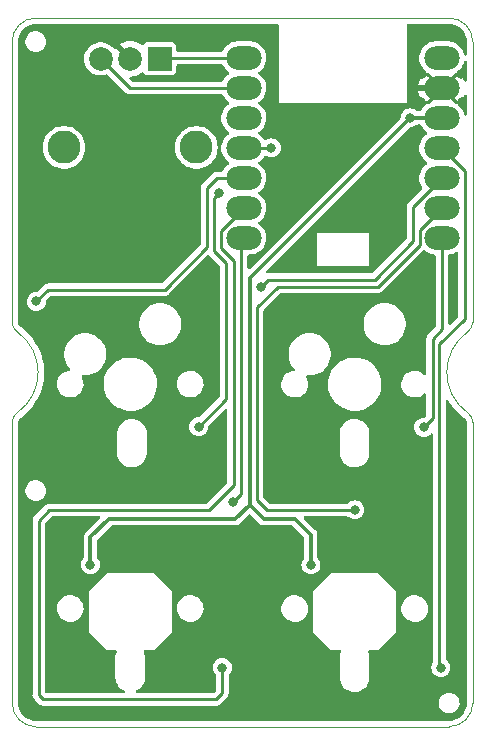
<source format=gtl>
%TF.GenerationSoftware,KiCad,Pcbnew,7.0.1*%
%TF.CreationDate,2023-03-19T16:45:44-04:00*%
%TF.ProjectId,Fluxpad,466c7578-7061-4642-9e6b-696361645f70,rev?*%
%TF.SameCoordinates,Original*%
%TF.FileFunction,Copper,L1,Top*%
%TF.FilePolarity,Positive*%
%FSLAX46Y46*%
G04 Gerber Fmt 4.6, Leading zero omitted, Abs format (unit mm)*
G04 Created by KiCad (PCBNEW 7.0.1) date 2023-03-19 16:45:44*
%MOMM*%
%LPD*%
G01*
G04 APERTURE LIST*
%TA.AperFunction,SMDPad,CuDef*%
%ADD10O,3.000000X2.000000*%
%TD*%
%TA.AperFunction,ComponentPad*%
%ADD11C,2.800000*%
%TD*%
%TA.AperFunction,ComponentPad*%
%ADD12C,2.000000*%
%TD*%
%TA.AperFunction,ComponentPad*%
%ADD13R,2.000000X2.000000*%
%TD*%
%TA.AperFunction,ViaPad*%
%ADD14C,0.800000*%
%TD*%
%TA.AperFunction,Conductor*%
%ADD15C,0.250000*%
%TD*%
%TA.AperFunction,Conductor*%
%ADD16C,0.300000*%
%TD*%
%TA.AperFunction,Profile*%
%ADD17C,0.100000*%
%TD*%
G04 APERTURE END LIST*
D10*
%TO.P,U1,1,PA02_A0_D0*%
%TO.N,ENCA*%
X120118000Y-68380000D03*
%TO.P,U1,2,PA4_A1_D1*%
%TO.N,ENCB*%
X120118000Y-70920000D03*
%TO.P,U1,3,PA10_A2_D2*%
%TO.N,unconnected-(U1-PA10_A2_D2-Pad3)*%
X120118000Y-73460000D03*
%TO.P,U1,4,PA11_A3_D3*%
%TO.N,LED1*%
X120118000Y-76000000D03*
%TO.P,U1,5,PA8_A4_D4_SDA*%
%TO.N,SW1*%
X120118000Y-78540000D03*
%TO.P,U1,6,PA9_A5_D5_SCL*%
%TO.N,LED3*%
X120118000Y-81080000D03*
%TO.P,U1,7,PB08_A6_D6_TX*%
%TO.N,SW3*%
X120118000Y-83620000D03*
%TO.P,U1,8,PB09_A7_D7_RX*%
%TO.N,LED2*%
X136882000Y-83620000D03*
%TO.P,U1,9,PA7_A8_D8_SCK*%
%TO.N,SW4*%
X136882000Y-81080000D03*
%TO.P,U1,10,PA5_A9_D9_MISO*%
%TO.N,SW2*%
X136882000Y-78540000D03*
%TO.P,U1,11,PA6_A10_D10_MOSI*%
%TO.N,LED4*%
X136882000Y-76000000D03*
%TO.P,U1,12,3V3*%
%TO.N,+3V3*%
X136882000Y-73460000D03*
%TO.P,U1,13,GND*%
%TO.N,GND*%
X136882000Y-70920000D03*
%TO.P,U1,14,5V*%
%TO.N,+5V*%
X136882000Y-68380000D03*
%TD*%
D11*
%TO.P,SW3,MP*%
%TO.N,N/C*%
X116100000Y-75950000D03*
X104900000Y-75950000D03*
D12*
%TO.P,SW3,C,C*%
%TO.N,GND*%
X110500000Y-68450000D03*
%TO.P,SW3,B,B*%
%TO.N,ENCB*%
X108000000Y-68450000D03*
D13*
%TO.P,SW3,A,A*%
%TO.N,ENCA*%
X113000000Y-68450000D03*
%TD*%
D14*
%TO.N,GND*%
X114000000Y-66000000D03*
X104000000Y-66000000D03*
X101500000Y-88500000D03*
X101500000Y-78500000D03*
X101500000Y-68500000D03*
X101500000Y-112500000D03*
X138500000Y-101500000D03*
X138500000Y-111500000D03*
X138500000Y-121500000D03*
X136000000Y-124000000D03*
X103000000Y-124000000D03*
X101500000Y-122500000D03*
X101500000Y-102500000D03*
X128500000Y-124000000D03*
X111500000Y-124100500D03*
X120000000Y-124000000D03*
X117600000Y-69700000D03*
X137800000Y-87800000D03*
X134200000Y-77200000D03*
%TO.N,LED3*%
X118300000Y-120000000D03*
%TO.N,LED1*%
X122450000Y-76000000D03*
X118000000Y-79850000D03*
X116300000Y-99600000D03*
%TO.N,LED4*%
X136800000Y-120000000D03*
%TO.N,LED2*%
X135350000Y-99650000D03*
%TO.N,+3V3*%
X107125000Y-111275000D03*
X125800000Y-111300000D03*
X134190000Y-73460000D03*
%TO.N,SW1*%
X102550000Y-89000000D03*
%TO.N,SW2*%
X121600000Y-87750000D03*
%TO.N,SW3*%
X119200000Y-106000000D03*
%TO.N,SW4*%
X129500000Y-106650000D03*
%TO.N,GND*%
X138600000Y-72100000D03*
X135200000Y-69700000D03*
X135100000Y-72100000D03*
X138500000Y-69700000D03*
%TD*%
D15*
%TO.N,LED2*%
X136882000Y-91368000D02*
X136882000Y-83620000D01*
X136100000Y-92150000D02*
X136882000Y-91368000D01*
X136100000Y-98900000D02*
X136100000Y-92150000D01*
X135350000Y-99650000D02*
X136100000Y-98900000D01*
%TO.N,LED4*%
X138800000Y-90500000D02*
X138800000Y-77918000D01*
X138800000Y-77918000D02*
X136882000Y-76000000D01*
X136672343Y-92627657D02*
X138800000Y-90500000D01*
X136672343Y-119872343D02*
X136672343Y-92627657D01*
X136800000Y-120000000D02*
X136672343Y-119872343D01*
%TO.N,ENCA*%
X113070000Y-68380000D02*
X113000000Y-68450000D01*
X120350000Y-68380000D02*
X113070000Y-68380000D01*
%TO.N,LED3*%
X117150000Y-106650000D02*
X119250000Y-104550000D01*
X102750000Y-122300000D02*
X102750000Y-107550000D01*
X118200000Y-84500000D02*
X118200000Y-82998000D01*
X118300000Y-122150000D02*
X117750000Y-122700000D01*
X117750000Y-122700000D02*
X103150000Y-122700000D01*
X102750000Y-107550000D02*
X103650000Y-106650000D01*
X118300000Y-120000000D02*
X118300000Y-122150000D01*
X103650000Y-106650000D02*
X117150000Y-106650000D01*
X119250000Y-104550000D02*
X119250000Y-85550000D01*
X103150000Y-122700000D02*
X102750000Y-122300000D01*
X118200000Y-82998000D02*
X120118000Y-81080000D01*
X119250000Y-85550000D02*
X118200000Y-84500000D01*
%TO.N,LED1*%
X118600000Y-85750000D02*
X118600000Y-97300000D01*
X118000000Y-79850000D02*
X117600000Y-80250000D01*
X122450000Y-76000000D02*
X120118000Y-76000000D01*
X117600000Y-80250000D02*
X117600000Y-84750000D01*
X118600000Y-97300000D02*
X116300000Y-99600000D01*
X117600000Y-84750000D02*
X118600000Y-85750000D01*
D16*
%TO.N,+3V3*%
X107125000Y-111275000D02*
X107125000Y-108975000D01*
X125800000Y-108750000D02*
X124450000Y-107400000D01*
X120600000Y-106200000D02*
X120600000Y-87050000D01*
X119400000Y-107400000D02*
X120600000Y-106200000D01*
X107125000Y-108975000D02*
X108700000Y-107400000D01*
X121800000Y-107400000D02*
X120750000Y-106350000D01*
X124450000Y-107400000D02*
X121800000Y-107400000D01*
X120750000Y-106350000D02*
X120600000Y-106200000D01*
X120600000Y-87050000D02*
X134190000Y-73460000D01*
X125800000Y-111300000D02*
X125800000Y-108750000D01*
X108700000Y-107400000D02*
X119400000Y-107400000D01*
X134190000Y-73460000D02*
X136514560Y-73460000D01*
D15*
%TO.N,SW1*%
X113400000Y-88000000D02*
X103550000Y-88000000D01*
X117000000Y-84400000D02*
X113400000Y-88000000D01*
X103550000Y-88000000D02*
X102550000Y-89000000D01*
X120118000Y-78540000D02*
X117860000Y-78540000D01*
X117860000Y-78540000D02*
X117000000Y-79400000D01*
X117000000Y-79400000D02*
X117000000Y-84400000D01*
%TO.N,SW2*%
X134450000Y-80972000D02*
X136882000Y-78540000D01*
X122200000Y-87150000D02*
X131200000Y-87150000D01*
X134450000Y-83900000D02*
X134450000Y-80972000D01*
X121600000Y-87750000D02*
X122200000Y-87150000D01*
X131200000Y-87150000D02*
X134450000Y-83900000D01*
%TO.N,SW3*%
X119900000Y-105300000D02*
X119900000Y-83838000D01*
X119200000Y-106000000D02*
X119900000Y-105300000D01*
X119900000Y-83838000D02*
X120118000Y-83620000D01*
%TO.N,SW4*%
X123000000Y-87750000D02*
X131450000Y-87750000D01*
X121250000Y-89500000D02*
X123000000Y-87750000D01*
X121250000Y-105850000D02*
X121250000Y-89500000D01*
X135000000Y-82962000D02*
X136882000Y-81080000D01*
X131450000Y-87750000D02*
X135000000Y-84200000D01*
X135000000Y-84200000D02*
X135000000Y-82962000D01*
X129500000Y-106650000D02*
X122050000Y-106650000D01*
X122050000Y-106650000D02*
X121250000Y-105850000D01*
%TO.N,GND*%
X135662000Y-69700000D02*
X136882000Y-70920000D01*
X138600000Y-72100000D02*
X138062000Y-72100000D01*
X135200000Y-69700000D02*
X135662000Y-69700000D01*
X138500000Y-69700000D02*
X138102000Y-69700000D01*
X138062000Y-72100000D02*
X136882000Y-70920000D01*
X138102000Y-69700000D02*
X136882000Y-70920000D01*
X135702000Y-72100000D02*
X136882000Y-70920000D01*
X135100000Y-72100000D02*
X135702000Y-72100000D01*
%TO.N,ENCB*%
X110470000Y-70920000D02*
X108000000Y-68450000D01*
X116080000Y-70920000D02*
X110470000Y-70920000D01*
X120350000Y-70920000D02*
X116080000Y-70920000D01*
%TD*%
%TA.AperFunction,Conductor*%
%TO.N,GND*%
G36*
X123037000Y-65517381D02*
G01*
X123083119Y-65563500D01*
X123100000Y-65626500D01*
X123100000Y-72200000D01*
X133900000Y-72200000D01*
X133900000Y-65626500D01*
X133916881Y-65563500D01*
X133963000Y-65517381D01*
X134026000Y-65500500D01*
X137434108Y-65500500D01*
X137495499Y-65500500D01*
X137504487Y-65500821D01*
X137522302Y-65502095D01*
X137704419Y-65515120D01*
X137722193Y-65517675D01*
X137913653Y-65559324D01*
X137930899Y-65564388D01*
X138114476Y-65632859D01*
X138130825Y-65640326D01*
X138302783Y-65734222D01*
X138317907Y-65743942D01*
X138474752Y-65861355D01*
X138488338Y-65873128D01*
X138626871Y-66011661D01*
X138638644Y-66025247D01*
X138756057Y-66182092D01*
X138765777Y-66197216D01*
X138859673Y-66369174D01*
X138867141Y-66385526D01*
X138935610Y-66569098D01*
X138940675Y-66586348D01*
X138982322Y-66777796D01*
X138984880Y-66795590D01*
X138999179Y-66995512D01*
X138999500Y-67004501D01*
X138999500Y-68054969D01*
X138984779Y-68114070D01*
X138944057Y-68159361D01*
X138886848Y-68180260D01*
X138826520Y-68171883D01*
X138777170Y-68136187D01*
X138750328Y-68081514D01*
X138725955Y-67968421D01*
X138708341Y-67924588D01*
X138637064Y-67747210D01*
X138512069Y-67544205D01*
X138512068Y-67544204D01*
X138512067Y-67544202D01*
X138354565Y-67365246D01*
X138169082Y-67215478D01*
X137960954Y-67099210D01*
X137835049Y-67054725D01*
X137736171Y-67019789D01*
X137501200Y-66979500D01*
X136322503Y-66979500D01*
X136322502Y-66979500D01*
X136144457Y-66994653D01*
X135913755Y-67054723D01*
X135696511Y-67152924D01*
X135498997Y-67286420D01*
X135326882Y-67451378D01*
X135185121Y-67643053D01*
X135077791Y-67855929D01*
X135007983Y-68083877D01*
X134977701Y-68320346D01*
X134987819Y-68558529D01*
X135038044Y-68791578D01*
X135126937Y-69012792D01*
X135251932Y-69215797D01*
X135333628Y-69308621D01*
X135409436Y-69394755D01*
X135519861Y-69483917D01*
X135555909Y-69530923D01*
X135566492Y-69589211D01*
X135549269Y-69645893D01*
X135508046Y-69688439D01*
X135473134Y-69710516D01*
X135290886Y-69871974D01*
X135136903Y-70060570D01*
X135015164Y-70271427D01*
X134928826Y-70499080D01*
X134894749Y-70666000D01*
X137010000Y-70666000D01*
X137073000Y-70682881D01*
X137119119Y-70729000D01*
X137136000Y-70792000D01*
X137136000Y-71048000D01*
X137119119Y-71111000D01*
X137073000Y-71157119D01*
X137010000Y-71174000D01*
X134893765Y-71174000D01*
X134899669Y-71222621D01*
X134967407Y-71456481D01*
X135071785Y-71676453D01*
X135210097Y-71876832D01*
X135378753Y-72052421D01*
X135514404Y-72154357D01*
X135552130Y-72200206D01*
X135564671Y-72258240D01*
X135549241Y-72315575D01*
X135509269Y-72359478D01*
X135498997Y-72366420D01*
X135326882Y-72531378D01*
X135185121Y-72723053D01*
X135126044Y-72840226D01*
X135079598Y-72890793D01*
X135013535Y-72909500D01*
X134823768Y-72909500D01*
X134775549Y-72899909D01*
X134734675Y-72872597D01*
X134692262Y-72830184D01*
X134692261Y-72830183D01*
X134692260Y-72830182D01*
X134539521Y-72734210D01*
X134369257Y-72674632D01*
X134190000Y-72654435D01*
X134010742Y-72674632D01*
X133840478Y-72734210D01*
X133687736Y-72830184D01*
X133560184Y-72957736D01*
X133464210Y-73110478D01*
X133404632Y-73280742D01*
X133385938Y-73446662D01*
X133374252Y-73487223D01*
X133349825Y-73521649D01*
X120640595Y-86230880D01*
X120590436Y-86261618D01*
X120531789Y-86266234D01*
X120477439Y-86243721D01*
X120439233Y-86198988D01*
X120425500Y-86141785D01*
X120425500Y-85146500D01*
X120442381Y-85083500D01*
X120488500Y-85037381D01*
X120551500Y-85020500D01*
X120677498Y-85020500D01*
X120855542Y-85005346D01*
X120962377Y-84977528D01*
X121086249Y-84945275D01*
X121303486Y-84847077D01*
X121501003Y-84713579D01*
X121673118Y-84548621D01*
X121814879Y-84356947D01*
X121922207Y-84144074D01*
X121992016Y-83916123D01*
X122022298Y-83679654D01*
X122012180Y-83441468D01*
X121990531Y-83341017D01*
X121961955Y-83208421D01*
X121944341Y-83164588D01*
X121873064Y-82987210D01*
X121748069Y-82784205D01*
X121748068Y-82784204D01*
X121748067Y-82784202D01*
X121590565Y-82605246D01*
X121396736Y-82448739D01*
X121397822Y-82447393D01*
X121362055Y-82413111D01*
X121343463Y-82352396D01*
X121356842Y-82290324D01*
X121398791Y-82242661D01*
X121501003Y-82173579D01*
X121673118Y-82008621D01*
X121814879Y-81816947D01*
X121922207Y-81604074D01*
X121992016Y-81376123D01*
X122022298Y-81139654D01*
X122012180Y-80901468D01*
X121976817Y-80737383D01*
X121961955Y-80668421D01*
X121931316Y-80592175D01*
X121873064Y-80447210D01*
X121748069Y-80244205D01*
X121748068Y-80244204D01*
X121748067Y-80244202D01*
X121590565Y-80065246D01*
X121396736Y-79908739D01*
X121397822Y-79907393D01*
X121362055Y-79873111D01*
X121343463Y-79812396D01*
X121356842Y-79750324D01*
X121398791Y-79702661D01*
X121501003Y-79633579D01*
X121673118Y-79468621D01*
X121814879Y-79276947D01*
X121922207Y-79064074D01*
X121992016Y-78836123D01*
X122022298Y-78599654D01*
X122012180Y-78361468D01*
X121986837Y-78243877D01*
X121961955Y-78128421D01*
X121939006Y-78071311D01*
X121873064Y-77907210D01*
X121748069Y-77704205D01*
X121748068Y-77704204D01*
X121748067Y-77704202D01*
X121590565Y-77525246D01*
X121396736Y-77368739D01*
X121397822Y-77367393D01*
X121362055Y-77333111D01*
X121343463Y-77272396D01*
X121356842Y-77210324D01*
X121398791Y-77162661D01*
X121501003Y-77093579D01*
X121673118Y-76928621D01*
X121814879Y-76736947D01*
X121825537Y-76715807D01*
X121872307Y-76665042D01*
X121938808Y-76646536D01*
X122005080Y-76665846D01*
X122100478Y-76725789D01*
X122270745Y-76785368D01*
X122450000Y-76805565D01*
X122629255Y-76785368D01*
X122799522Y-76725789D01*
X122952262Y-76629816D01*
X123079816Y-76502262D01*
X123175789Y-76349522D01*
X123235368Y-76179255D01*
X123255565Y-76000000D01*
X123235368Y-75820745D01*
X123175789Y-75650478D01*
X123079816Y-75497738D01*
X123079815Y-75497736D01*
X122952263Y-75370184D01*
X122799521Y-75274210D01*
X122629257Y-75214632D01*
X122450000Y-75194435D01*
X122270742Y-75214632D01*
X122100478Y-75274210D01*
X122002878Y-75335537D01*
X121940171Y-75354776D01*
X121876292Y-75339889D01*
X121828549Y-75294913D01*
X121766682Y-75194435D01*
X121748069Y-75164205D01*
X121590564Y-74985245D01*
X121525734Y-74932898D01*
X121396736Y-74828739D01*
X121397822Y-74827393D01*
X121362055Y-74793111D01*
X121343463Y-74732396D01*
X121356842Y-74670324D01*
X121398791Y-74622661D01*
X121501003Y-74553579D01*
X121673118Y-74388621D01*
X121814879Y-74196947D01*
X121922207Y-73984074D01*
X121992016Y-73756123D01*
X122022298Y-73519654D01*
X122012180Y-73281468D01*
X121975329Y-73110478D01*
X121961955Y-73048421D01*
X121878294Y-72840226D01*
X121873064Y-72827210D01*
X121748069Y-72624205D01*
X121748068Y-72624204D01*
X121748067Y-72624202D01*
X121590565Y-72445246D01*
X121396736Y-72288739D01*
X121397822Y-72287393D01*
X121362055Y-72253111D01*
X121343463Y-72192396D01*
X121356842Y-72130324D01*
X121398791Y-72082661D01*
X121501003Y-72013579D01*
X121673118Y-71848621D01*
X121814879Y-71656947D01*
X121922207Y-71444074D01*
X121992016Y-71216123D01*
X122022298Y-70979654D01*
X122012180Y-70741468D01*
X121990531Y-70641018D01*
X121961955Y-70508421D01*
X121908660Y-70375793D01*
X121873064Y-70287210D01*
X121748069Y-70084205D01*
X121748068Y-70084204D01*
X121748067Y-70084202D01*
X121590565Y-69905246D01*
X121396736Y-69748739D01*
X121397822Y-69747393D01*
X121362055Y-69713111D01*
X121343463Y-69652396D01*
X121356842Y-69590324D01*
X121398791Y-69542661D01*
X121501003Y-69473579D01*
X121673118Y-69308621D01*
X121814879Y-69116947D01*
X121922207Y-68904074D01*
X121992016Y-68676123D01*
X122022298Y-68439654D01*
X122012180Y-68201468D01*
X121980607Y-68054969D01*
X121961955Y-67968421D01*
X121944341Y-67924588D01*
X121873064Y-67747210D01*
X121748069Y-67544205D01*
X121748068Y-67544204D01*
X121748067Y-67544202D01*
X121590565Y-67365246D01*
X121405082Y-67215478D01*
X121196954Y-67099210D01*
X121071049Y-67054725D01*
X120972171Y-67019789D01*
X120737200Y-66979500D01*
X119558503Y-66979500D01*
X119558502Y-66979500D01*
X119380457Y-66994653D01*
X119149755Y-67054723D01*
X118932511Y-67152924D01*
X118734997Y-67286420D01*
X118562882Y-67451378D01*
X118421121Y-67643053D01*
X118349439Y-67785226D01*
X118302993Y-67835793D01*
X118236930Y-67854500D01*
X114526499Y-67854500D01*
X114463499Y-67837619D01*
X114417380Y-67791500D01*
X114400499Y-67728500D01*
X114400499Y-67418482D01*
X114399628Y-67412980D01*
X114385646Y-67324696D01*
X114328050Y-67211658D01*
X114328049Y-67211657D01*
X114328048Y-67211655D01*
X114238344Y-67121951D01*
X114125304Y-67064354D01*
X114125303Y-67064353D01*
X114031519Y-67049500D01*
X114031517Y-67049500D01*
X111968481Y-67049500D01*
X111874696Y-67064354D01*
X111761655Y-67121951D01*
X111671949Y-67211657D01*
X111653577Y-67247715D01*
X111617358Y-67290974D01*
X111565892Y-67314090D01*
X111509497Y-67312429D01*
X111459481Y-67286323D01*
X111389117Y-67226227D01*
X111186738Y-67102208D01*
X110967440Y-67011372D01*
X110736633Y-66955960D01*
X110500000Y-66937337D01*
X110263366Y-66955960D01*
X110032559Y-67011372D01*
X109813264Y-67102207D01*
X109626107Y-67216896D01*
X109626107Y-67216898D01*
X110770114Y-68360905D01*
X110802726Y-68417389D01*
X110802726Y-68482611D01*
X110770114Y-68539095D01*
X110589095Y-68720114D01*
X110532611Y-68752726D01*
X110467389Y-68752726D01*
X110410905Y-68720114D01*
X109266898Y-67576107D01*
X109252853Y-67577769D01*
X109246385Y-67584298D01*
X109191775Y-67602885D01*
X109134605Y-67595187D01*
X109086858Y-67562816D01*
X108951787Y-67416090D01*
X108951786Y-67416089D01*
X108951784Y-67416087D01*
X108818604Y-67312429D01*
X108768624Y-67273528D01*
X108564502Y-67163063D01*
X108415900Y-67112048D01*
X108344981Y-67087702D01*
X108116049Y-67049500D01*
X107883951Y-67049500D01*
X107655019Y-67087702D01*
X107655016Y-67087702D01*
X107655016Y-67087703D01*
X107435497Y-67163063D01*
X107231375Y-67273528D01*
X107048212Y-67416090D01*
X106891021Y-67586845D01*
X106764076Y-67781150D01*
X106670842Y-67993700D01*
X106618228Y-68201470D01*
X106613866Y-68218695D01*
X106594700Y-68450000D01*
X106613866Y-68681305D01*
X106613866Y-68681308D01*
X106613867Y-68681309D01*
X106670842Y-68906299D01*
X106764076Y-69118849D01*
X106891021Y-69313154D01*
X107046011Y-69481518D01*
X107048216Y-69483913D01*
X107194742Y-69597958D01*
X107231375Y-69626471D01*
X107386677Y-69710516D01*
X107435497Y-69736936D01*
X107655019Y-69812298D01*
X107883951Y-69850500D01*
X108116046Y-69850500D01*
X108116049Y-69850500D01*
X108344981Y-69812298D01*
X108474676Y-69767772D01*
X108543986Y-69764188D01*
X108604681Y-69797851D01*
X110090525Y-71283694D01*
X110093515Y-71286787D01*
X110135245Y-71331469D01*
X110168427Y-71351647D01*
X110179079Y-71358897D01*
X110210025Y-71382364D01*
X110225356Y-71388409D01*
X110244591Y-71397963D01*
X110258672Y-71406526D01*
X110296065Y-71417003D01*
X110308278Y-71421110D01*
X110344410Y-71435359D01*
X110360801Y-71437043D01*
X110381912Y-71441056D01*
X110397772Y-71445500D01*
X110436605Y-71445500D01*
X110449490Y-71446161D01*
X110488108Y-71450131D01*
X110488108Y-71450130D01*
X110488109Y-71450131D01*
X110497777Y-71448464D01*
X110504344Y-71447332D01*
X110525751Y-71445500D01*
X116007772Y-71445500D01*
X116115949Y-71445500D01*
X118234662Y-71445500D01*
X118283291Y-71455262D01*
X118324385Y-71483036D01*
X118351575Y-71524519D01*
X118362934Y-71552787D01*
X118487932Y-71755797D01*
X118645434Y-71934753D01*
X118839264Y-72091261D01*
X118838177Y-72092607D01*
X118873941Y-72126884D01*
X118892535Y-72187599D01*
X118879158Y-72249672D01*
X118837206Y-72297339D01*
X118734998Y-72366419D01*
X118562882Y-72531378D01*
X118421121Y-72723053D01*
X118313791Y-72935929D01*
X118243983Y-73163877D01*
X118213701Y-73400346D01*
X118223819Y-73638529D01*
X118274044Y-73871578D01*
X118344699Y-74047405D01*
X118361741Y-74089817D01*
X118362937Y-74092792D01*
X118487932Y-74295797D01*
X118645434Y-74474753D01*
X118839264Y-74631261D01*
X118838177Y-74632607D01*
X118873941Y-74666884D01*
X118892535Y-74727599D01*
X118879158Y-74789672D01*
X118837206Y-74837339D01*
X118734998Y-74906419D01*
X118562882Y-75071378D01*
X118421121Y-75263053D01*
X118313791Y-75475929D01*
X118243983Y-75703877D01*
X118213701Y-75940346D01*
X118223819Y-76178529D01*
X118274044Y-76411578D01*
X118362937Y-76632792D01*
X118487932Y-76835797D01*
X118645434Y-77014753D01*
X118839264Y-77171261D01*
X118838177Y-77172607D01*
X118873941Y-77206884D01*
X118892535Y-77267599D01*
X118879158Y-77329672D01*
X118837206Y-77377339D01*
X118734998Y-77446419D01*
X118562882Y-77611378D01*
X118421121Y-77803053D01*
X118349439Y-77945226D01*
X118302993Y-77995793D01*
X118236930Y-78014500D01*
X117871149Y-78014500D01*
X117866848Y-78014427D01*
X117855564Y-78014041D01*
X117805754Y-78012340D01*
X117805751Y-78012340D01*
X117768020Y-78021534D01*
X117755350Y-78023942D01*
X117716888Y-78029229D01*
X117701772Y-78035794D01*
X117681422Y-78042637D01*
X117665409Y-78046540D01*
X117631559Y-78065573D01*
X117620006Y-78071311D01*
X117584390Y-78086781D01*
X117571604Y-78097183D01*
X117553848Y-78109268D01*
X117539487Y-78117342D01*
X117512033Y-78144797D01*
X117502458Y-78153438D01*
X117472334Y-78177946D01*
X117462831Y-78191409D01*
X117448990Y-78207839D01*
X116636303Y-79020526D01*
X116633211Y-79023515D01*
X116588532Y-79065242D01*
X116568356Y-79098421D01*
X116561099Y-79109082D01*
X116537635Y-79140024D01*
X116531590Y-79155354D01*
X116522037Y-79174588D01*
X116513473Y-79188672D01*
X116502999Y-79226054D01*
X116498888Y-79238280D01*
X116484640Y-79274411D01*
X116482955Y-79290802D01*
X116478946Y-79311899D01*
X116474500Y-79327771D01*
X116474500Y-79366606D01*
X116473839Y-79379491D01*
X116469868Y-79418109D01*
X116472668Y-79434345D01*
X116474500Y-79455752D01*
X116474500Y-84130140D01*
X116464909Y-84178358D01*
X116437595Y-84219235D01*
X113219236Y-87437595D01*
X113178359Y-87464909D01*
X113130141Y-87474500D01*
X103561149Y-87474500D01*
X103556848Y-87474427D01*
X103545564Y-87474041D01*
X103495754Y-87472340D01*
X103495751Y-87472340D01*
X103458020Y-87481534D01*
X103445350Y-87483942D01*
X103406888Y-87489229D01*
X103391772Y-87495794D01*
X103371422Y-87502637D01*
X103355409Y-87506540D01*
X103321559Y-87525573D01*
X103310006Y-87531311D01*
X103274390Y-87546781D01*
X103261604Y-87557183D01*
X103243848Y-87569268D01*
X103229487Y-87577342D01*
X103202033Y-87604797D01*
X103192458Y-87613438D01*
X103162334Y-87637946D01*
X103152831Y-87651409D01*
X103138990Y-87667839D01*
X102648983Y-88157846D01*
X102601510Y-88187678D01*
X102564001Y-88191907D01*
X102564107Y-88192846D01*
X102550001Y-88194435D01*
X102452402Y-88205431D01*
X102370742Y-88214632D01*
X102200478Y-88274210D01*
X102047736Y-88370184D01*
X101920184Y-88497736D01*
X101824210Y-88650478D01*
X101764632Y-88820742D01*
X101744435Y-88999999D01*
X101764632Y-89179257D01*
X101824210Y-89349521D01*
X101920184Y-89502263D01*
X102047736Y-89629815D01*
X102047738Y-89629816D01*
X102200478Y-89725789D01*
X102370745Y-89785368D01*
X102550000Y-89805565D01*
X102729255Y-89785368D01*
X102899522Y-89725789D01*
X103052262Y-89629816D01*
X103179816Y-89502262D01*
X103275789Y-89349522D01*
X103335368Y-89179255D01*
X103355565Y-89000000D01*
X103355564Y-88999997D01*
X103357154Y-88985892D01*
X103358093Y-88985997D01*
X103362319Y-88948497D01*
X103392153Y-88901016D01*
X103730766Y-88562404D01*
X103771643Y-88535091D01*
X103819861Y-88525500D01*
X113388851Y-88525500D01*
X113393152Y-88525573D01*
X113395116Y-88525640D01*
X113454245Y-88527660D01*
X113491979Y-88518463D01*
X113504621Y-88516060D01*
X113543111Y-88510771D01*
X113558227Y-88504204D01*
X113578589Y-88497356D01*
X113594594Y-88493457D01*
X113628450Y-88474419D01*
X113639979Y-88468694D01*
X113675609Y-88453219D01*
X113688395Y-88442816D01*
X113706142Y-88430737D01*
X113720512Y-88422658D01*
X113747975Y-88395193D01*
X113757547Y-88386556D01*
X113787665Y-88362054D01*
X113797170Y-88348586D01*
X113811004Y-88332164D01*
X117034950Y-85108218D01*
X117095606Y-85074566D01*
X117164883Y-85078117D01*
X117221782Y-85117797D01*
X117237946Y-85137665D01*
X117251406Y-85147166D01*
X117267839Y-85161009D01*
X118037595Y-85930765D01*
X118064909Y-85971642D01*
X118074500Y-86019860D01*
X118074500Y-97030141D01*
X118064909Y-97078359D01*
X118037597Y-97119233D01*
X116776591Y-98380239D01*
X116398983Y-98757847D01*
X116351510Y-98787678D01*
X116314001Y-98791907D01*
X116314107Y-98792846D01*
X116300001Y-98794435D01*
X116202402Y-98805431D01*
X116120742Y-98814632D01*
X115950478Y-98874210D01*
X115797736Y-98970184D01*
X115670184Y-99097736D01*
X115574210Y-99250478D01*
X115514632Y-99420742D01*
X115494435Y-99599999D01*
X115514632Y-99779257D01*
X115574210Y-99949521D01*
X115670184Y-100102263D01*
X115797736Y-100229815D01*
X115877311Y-100279815D01*
X115950478Y-100325789D01*
X116120745Y-100385368D01*
X116300000Y-100405565D01*
X116479255Y-100385368D01*
X116649522Y-100325789D01*
X116802262Y-100229816D01*
X116929816Y-100102262D01*
X117025789Y-99949522D01*
X117085368Y-99779255D01*
X117105565Y-99600000D01*
X117105564Y-99599997D01*
X117107154Y-99585892D01*
X117108093Y-99585997D01*
X117112316Y-99548501D01*
X117142150Y-99501018D01*
X118509404Y-98133764D01*
X118559564Y-98103026D01*
X118618211Y-98098410D01*
X118672561Y-98120923D01*
X118710767Y-98165656D01*
X118724500Y-98222859D01*
X118724500Y-104280141D01*
X118714909Y-104328359D01*
X118687595Y-104369236D01*
X116969236Y-106087595D01*
X116928359Y-106114909D01*
X116880141Y-106124500D01*
X103661149Y-106124500D01*
X103656848Y-106124427D01*
X103642676Y-106123942D01*
X103595754Y-106122340D01*
X103595752Y-106122340D01*
X103558029Y-106131532D01*
X103545360Y-106133940D01*
X103506887Y-106139228D01*
X103491770Y-106145795D01*
X103471407Y-106152643D01*
X103455405Y-106156542D01*
X103421567Y-106175568D01*
X103410019Y-106181304D01*
X103374390Y-106196781D01*
X103361601Y-106207185D01*
X103343852Y-106219264D01*
X103329490Y-106227340D01*
X103302031Y-106254798D01*
X103292459Y-106263436D01*
X103262335Y-106287944D01*
X103252831Y-106301409D01*
X103238990Y-106317839D01*
X102386303Y-107170526D01*
X102383211Y-107173515D01*
X102338532Y-107215242D01*
X102318356Y-107248421D01*
X102311099Y-107259082D01*
X102287635Y-107290024D01*
X102281590Y-107305354D01*
X102272037Y-107324588D01*
X102263473Y-107338672D01*
X102252999Y-107376054D01*
X102248888Y-107388280D01*
X102234640Y-107424411D01*
X102232955Y-107440802D01*
X102228946Y-107461899D01*
X102224500Y-107477771D01*
X102224500Y-107516606D01*
X102223839Y-107529491D01*
X102219868Y-107568109D01*
X102222668Y-107584345D01*
X102224500Y-107605752D01*
X102224500Y-122288851D01*
X102224427Y-122293152D01*
X102222340Y-122354245D01*
X102231533Y-122391971D01*
X102233941Y-122404643D01*
X102239229Y-122443112D01*
X102245795Y-122458230D01*
X102252642Y-122478589D01*
X102256542Y-122494594D01*
X102275568Y-122528431D01*
X102281306Y-122539984D01*
X102296780Y-122575607D01*
X102296781Y-122575609D01*
X102306064Y-122587019D01*
X102307177Y-122588387D01*
X102319265Y-122606148D01*
X102325821Y-122617807D01*
X102327342Y-122620512D01*
X102354801Y-122647971D01*
X102363437Y-122657540D01*
X102387945Y-122687664D01*
X102401404Y-122697164D01*
X102417841Y-122711010D01*
X102770526Y-123063695D01*
X102773515Y-123066787D01*
X102815245Y-123111469D01*
X102848427Y-123131647D01*
X102859079Y-123138897D01*
X102890025Y-123162364D01*
X102905356Y-123168409D01*
X102924591Y-123177963D01*
X102938672Y-123186526D01*
X102976065Y-123197003D01*
X102988278Y-123201110D01*
X103024410Y-123215359D01*
X103040801Y-123217043D01*
X103061912Y-123221056D01*
X103077771Y-123225499D01*
X103077772Y-123225500D01*
X103116605Y-123225500D01*
X103129490Y-123226161D01*
X103168108Y-123230131D01*
X103168108Y-123230130D01*
X103168109Y-123230131D01*
X103182447Y-123227659D01*
X103184344Y-123227332D01*
X103205751Y-123225500D01*
X117738851Y-123225500D01*
X117743152Y-123225573D01*
X117745116Y-123225640D01*
X117804245Y-123227660D01*
X117841979Y-123218463D01*
X117854621Y-123216060D01*
X117893111Y-123210771D01*
X117908227Y-123204204D01*
X117928589Y-123197356D01*
X117944594Y-123193457D01*
X117978450Y-123174419D01*
X117989979Y-123168694D01*
X118025609Y-123153219D01*
X118038395Y-123142816D01*
X118056142Y-123130737D01*
X118070512Y-123122658D01*
X118097979Y-123095189D01*
X118107537Y-123086563D01*
X118137665Y-123062054D01*
X118147164Y-123048595D01*
X118161000Y-123032168D01*
X118240901Y-122952267D01*
X136619624Y-122952267D01*
X136629947Y-123142639D01*
X136653137Y-123226161D01*
X136680951Y-123326339D01*
X136770253Y-123494781D01*
X136879091Y-123622915D01*
X136893678Y-123640088D01*
X137032038Y-123745266D01*
X137045453Y-123755464D01*
X137218482Y-123835515D01*
X137404675Y-123876500D01*
X137547519Y-123876500D01*
X137547523Y-123876500D01*
X137661130Y-123864144D01*
X137689533Y-123861055D01*
X137781340Y-123830121D01*
X137870201Y-123800181D01*
X137870203Y-123800180D01*
X138033563Y-123701890D01*
X138171974Y-123570780D01*
X138278964Y-123412981D01*
X138349531Y-123235871D01*
X138380375Y-123047733D01*
X138370053Y-122857362D01*
X138319049Y-122673661D01*
X138229747Y-122505219D01*
X138106323Y-122359913D01*
X138106322Y-122359912D01*
X138106321Y-122359911D01*
X137954546Y-122244535D01*
X137857890Y-122199818D01*
X137781518Y-122164485D01*
X137595325Y-122123500D01*
X137452481Y-122123500D01*
X137452477Y-122123500D01*
X137310467Y-122138944D01*
X137129798Y-122199818D01*
X136966437Y-122298109D01*
X136828024Y-122429221D01*
X136721035Y-122587019D01*
X136650469Y-122764128D01*
X136619624Y-122952267D01*
X118240901Y-122952267D01*
X118663750Y-122529417D01*
X118666785Y-122526485D01*
X118711469Y-122484755D01*
X118731656Y-122451556D01*
X118738882Y-122440939D01*
X118762364Y-122409975D01*
X118768410Y-122394640D01*
X118777964Y-122375405D01*
X118786526Y-122361328D01*
X118797001Y-122323939D01*
X118801110Y-122311721D01*
X118815359Y-122275590D01*
X118817043Y-122259201D01*
X118821056Y-122238087D01*
X118825500Y-122222228D01*
X118825500Y-122183395D01*
X118826161Y-122170510D01*
X118830131Y-122131891D01*
X118827332Y-122115656D01*
X118825500Y-122094249D01*
X118825500Y-120658768D01*
X118835091Y-120610550D01*
X118862402Y-120569675D01*
X118929816Y-120502262D01*
X119025789Y-120349522D01*
X119085368Y-120179255D01*
X119105565Y-120000000D01*
X119085368Y-119820745D01*
X119025789Y-119650478D01*
X118929815Y-119497736D01*
X118802263Y-119370184D01*
X118649521Y-119274210D01*
X118479257Y-119214632D01*
X118300000Y-119194435D01*
X118120742Y-119214632D01*
X117950478Y-119274210D01*
X117797736Y-119370184D01*
X117670184Y-119497736D01*
X117574210Y-119650478D01*
X117514632Y-119820742D01*
X117494435Y-119999999D01*
X117514632Y-120179257D01*
X117574210Y-120349521D01*
X117574211Y-120349522D01*
X117670184Y-120502262D01*
X117737597Y-120569675D01*
X117764909Y-120610550D01*
X117774500Y-120658768D01*
X117774500Y-121880141D01*
X117764909Y-121928359D01*
X117737595Y-121969236D01*
X117569236Y-122137595D01*
X117528359Y-122164909D01*
X117480141Y-122174500D01*
X111084711Y-122174500D01*
X111021059Y-122157240D01*
X110974846Y-122110190D01*
X110958731Y-122046238D01*
X110977131Y-121982906D01*
X111025004Y-121937545D01*
X111088622Y-121903310D01*
X111191681Y-121847852D01*
X111367666Y-121707508D01*
X111515765Y-121537996D01*
X111631215Y-121344764D01*
X111710307Y-121134024D01*
X111750500Y-120912547D01*
X111750500Y-119143845D01*
X111735377Y-118975812D01*
X111675493Y-118758830D01*
X111637853Y-118680669D01*
X111625573Y-118618935D01*
X111644688Y-118558964D01*
X111690427Y-118515722D01*
X111751375Y-118500000D01*
X112500000Y-118500000D01*
X113999999Y-117000001D01*
X126000000Y-117000001D01*
X127499998Y-118499999D01*
X127500000Y-118500000D01*
X128245176Y-118500000D01*
X128303635Y-118514382D01*
X128348748Y-118554245D01*
X128370218Y-118610488D01*
X128363142Y-118670273D01*
X128289692Y-118865977D01*
X128249500Y-119087454D01*
X128249500Y-120856152D01*
X128264623Y-121024190D01*
X128324507Y-121241170D01*
X128422170Y-121443972D01*
X128490482Y-121537996D01*
X128554478Y-121626078D01*
X128717175Y-121781632D01*
X128905032Y-121905635D01*
X129112012Y-121994103D01*
X129331463Y-122044191D01*
X129530644Y-122053136D01*
X129556327Y-122054290D01*
X129556327Y-122054289D01*
X129556330Y-122054290D01*
X129779387Y-122024075D01*
X129993464Y-121954517D01*
X130191681Y-121847852D01*
X130367666Y-121707508D01*
X130515765Y-121537996D01*
X130631215Y-121344764D01*
X130710307Y-121134024D01*
X130750500Y-120912547D01*
X130750500Y-119143845D01*
X130735377Y-118975812D01*
X130675493Y-118758830D01*
X130637853Y-118680669D01*
X130625573Y-118618935D01*
X130644688Y-118558964D01*
X130690427Y-118515722D01*
X130751375Y-118500000D01*
X131500000Y-118500000D01*
X133000000Y-117000000D01*
X133000000Y-114946207D01*
X133450660Y-114946207D01*
X133460887Y-115160904D01*
X133511561Y-115369787D01*
X133600853Y-115565309D01*
X133725535Y-115740401D01*
X133807201Y-115818268D01*
X133881097Y-115888727D01*
X134045369Y-115994298D01*
X134061923Y-116004937D01*
X134261465Y-116084821D01*
X134261468Y-116084822D01*
X134472528Y-116125500D01*
X134633618Y-116125500D01*
X134633623Y-116125500D01*
X134722702Y-116116993D01*
X134793971Y-116110188D01*
X135000209Y-116049631D01*
X135124911Y-115985342D01*
X135191260Y-115951138D01*
X135360214Y-115818270D01*
X135360217Y-115818268D01*
X135500976Y-115655824D01*
X135608448Y-115469677D01*
X135678750Y-115266554D01*
X135709339Y-115053797D01*
X135699112Y-114839096D01*
X135673481Y-114733443D01*
X135648438Y-114630212D01*
X135559146Y-114434690D01*
X135434464Y-114259598D01*
X135278904Y-114111274D01*
X135278903Y-114111273D01*
X135181788Y-114048861D01*
X135098076Y-113995062D01*
X134898534Y-113915178D01*
X134687472Y-113874500D01*
X134526382Y-113874500D01*
X134526377Y-113874500D01*
X134366032Y-113889811D01*
X134159788Y-113950370D01*
X133968739Y-114048861D01*
X133799785Y-114181729D01*
X133659023Y-114344176D01*
X133551552Y-114530322D01*
X133481250Y-114733443D01*
X133450660Y-114946207D01*
X133000000Y-114946207D01*
X133000000Y-113500000D01*
X132999999Y-113499998D01*
X131500001Y-112000000D01*
X131500000Y-112000000D01*
X127500000Y-112000000D01*
X127499998Y-112000000D01*
X126000000Y-113499998D01*
X126000000Y-117000001D01*
X113999999Y-117000001D01*
X114000000Y-117000000D01*
X114000000Y-114946207D01*
X114450660Y-114946207D01*
X114460887Y-115160904D01*
X114511561Y-115369787D01*
X114600853Y-115565309D01*
X114725535Y-115740401D01*
X114807201Y-115818268D01*
X114881097Y-115888727D01*
X115045369Y-115994298D01*
X115061923Y-116004937D01*
X115261465Y-116084821D01*
X115261468Y-116084822D01*
X115472528Y-116125500D01*
X115633618Y-116125500D01*
X115633623Y-116125500D01*
X115722702Y-116116993D01*
X115793971Y-116110188D01*
X116000209Y-116049631D01*
X116124911Y-115985342D01*
X116191260Y-115951138D01*
X116360214Y-115818270D01*
X116360217Y-115818268D01*
X116500976Y-115655824D01*
X116608448Y-115469677D01*
X116678750Y-115266554D01*
X116709339Y-115053797D01*
X116704214Y-114946207D01*
X123290660Y-114946207D01*
X123300887Y-115160904D01*
X123351561Y-115369787D01*
X123440853Y-115565309D01*
X123565535Y-115740401D01*
X123647201Y-115818268D01*
X123721097Y-115888727D01*
X123885369Y-115994298D01*
X123901923Y-116004937D01*
X124101465Y-116084821D01*
X124101468Y-116084822D01*
X124312528Y-116125500D01*
X124473618Y-116125500D01*
X124473623Y-116125500D01*
X124562702Y-116116993D01*
X124633971Y-116110188D01*
X124840209Y-116049631D01*
X124964911Y-115985342D01*
X125031260Y-115951138D01*
X125200214Y-115818270D01*
X125200217Y-115818268D01*
X125340976Y-115655824D01*
X125448448Y-115469677D01*
X125518750Y-115266554D01*
X125549339Y-115053797D01*
X125539112Y-114839096D01*
X125513481Y-114733443D01*
X125488438Y-114630212D01*
X125399146Y-114434690D01*
X125274464Y-114259598D01*
X125118904Y-114111274D01*
X125118903Y-114111273D01*
X125021788Y-114048861D01*
X124938076Y-113995062D01*
X124738534Y-113915178D01*
X124527472Y-113874500D01*
X124366382Y-113874500D01*
X124366377Y-113874500D01*
X124206032Y-113889811D01*
X123999788Y-113950370D01*
X123808739Y-114048861D01*
X123639785Y-114181729D01*
X123499023Y-114344176D01*
X123391552Y-114530322D01*
X123321250Y-114733443D01*
X123290660Y-114946207D01*
X116704214Y-114946207D01*
X116699112Y-114839096D01*
X116673481Y-114733443D01*
X116648438Y-114630212D01*
X116559146Y-114434690D01*
X116434464Y-114259598D01*
X116278904Y-114111274D01*
X116278903Y-114111273D01*
X116181788Y-114048861D01*
X116098076Y-113995062D01*
X115898534Y-113915178D01*
X115687472Y-113874500D01*
X115526382Y-113874500D01*
X115526377Y-113874500D01*
X115366032Y-113889811D01*
X115159788Y-113950370D01*
X114968739Y-114048861D01*
X114799785Y-114181729D01*
X114659023Y-114344176D01*
X114551552Y-114530322D01*
X114481250Y-114733443D01*
X114450660Y-114946207D01*
X114000000Y-114946207D01*
X114000000Y-113500000D01*
X113999999Y-113499998D01*
X112500001Y-112000000D01*
X112500000Y-112000000D01*
X108500000Y-112000000D01*
X108499998Y-112000000D01*
X107000000Y-113499998D01*
X107000000Y-117000001D01*
X108499998Y-118499999D01*
X108500000Y-118500000D01*
X109245176Y-118500000D01*
X109303635Y-118514382D01*
X109348748Y-118554245D01*
X109370218Y-118610488D01*
X109363142Y-118670273D01*
X109289692Y-118865977D01*
X109249500Y-119087454D01*
X109249500Y-120856152D01*
X109264623Y-121024190D01*
X109324507Y-121241170D01*
X109422170Y-121443972D01*
X109490482Y-121537996D01*
X109554478Y-121626078D01*
X109717175Y-121781632D01*
X109905032Y-121905635D01*
X109958197Y-121928359D01*
X109968213Y-121932640D01*
X110021289Y-121975357D01*
X110044367Y-122039460D01*
X110030701Y-122106206D01*
X109984286Y-122156080D01*
X109918692Y-122174500D01*
X103419859Y-122174500D01*
X103371641Y-122164909D01*
X103330764Y-122137595D01*
X103312405Y-122119236D01*
X103285091Y-122078359D01*
X103275500Y-122030141D01*
X103275500Y-114946207D01*
X104290660Y-114946207D01*
X104300887Y-115160904D01*
X104351561Y-115369787D01*
X104440853Y-115565309D01*
X104565535Y-115740401D01*
X104647201Y-115818268D01*
X104721097Y-115888727D01*
X104885369Y-115994298D01*
X104901923Y-116004937D01*
X105101465Y-116084821D01*
X105101468Y-116084822D01*
X105312528Y-116125500D01*
X105473618Y-116125500D01*
X105473623Y-116125500D01*
X105562702Y-116116993D01*
X105633971Y-116110188D01*
X105840209Y-116049631D01*
X105964911Y-115985342D01*
X106031260Y-115951138D01*
X106200214Y-115818270D01*
X106200217Y-115818268D01*
X106340976Y-115655824D01*
X106448448Y-115469677D01*
X106518750Y-115266554D01*
X106549339Y-115053797D01*
X106539112Y-114839096D01*
X106513481Y-114733443D01*
X106488438Y-114630212D01*
X106399146Y-114434690D01*
X106274464Y-114259598D01*
X106118904Y-114111274D01*
X106118903Y-114111273D01*
X106021788Y-114048861D01*
X105938076Y-113995062D01*
X105738534Y-113915178D01*
X105527472Y-113874500D01*
X105366382Y-113874500D01*
X105366377Y-113874500D01*
X105206032Y-113889811D01*
X104999788Y-113950370D01*
X104808739Y-114048861D01*
X104639785Y-114181729D01*
X104499023Y-114344176D01*
X104391552Y-114530322D01*
X104321250Y-114733443D01*
X104290660Y-114946207D01*
X103275500Y-114946207D01*
X103275500Y-107819861D01*
X103285091Y-107771643D01*
X103312404Y-107730766D01*
X103830764Y-107212405D01*
X103871642Y-107185091D01*
X103919860Y-107175500D01*
X107841785Y-107175500D01*
X107898988Y-107189233D01*
X107943721Y-107227439D01*
X107966234Y-107281789D01*
X107961618Y-107340436D01*
X107930880Y-107390595D01*
X107726505Y-107594970D01*
X106743899Y-108577574D01*
X106740808Y-108580562D01*
X106693954Y-108624322D01*
X106672662Y-108659334D01*
X106665406Y-108669995D01*
X106640638Y-108702657D01*
X106634116Y-108719196D01*
X106624563Y-108738431D01*
X106615326Y-108753620D01*
X106604267Y-108793088D01*
X106600157Y-108805309D01*
X106585123Y-108843433D01*
X106583305Y-108861118D01*
X106579296Y-108882214D01*
X106574500Y-108899335D01*
X106574500Y-108940320D01*
X106573839Y-108953205D01*
X106569648Y-108993971D01*
X106572668Y-109011489D01*
X106574500Y-109032896D01*
X106574500Y-110641232D01*
X106564909Y-110689451D01*
X106537597Y-110730324D01*
X106516388Y-110751533D01*
X106495182Y-110772739D01*
X106399210Y-110925478D01*
X106339632Y-111095742D01*
X106319435Y-111275000D01*
X106339632Y-111454257D01*
X106399210Y-111624521D01*
X106495184Y-111777263D01*
X106622736Y-111904815D01*
X106662525Y-111929816D01*
X106775478Y-112000789D01*
X106945745Y-112060368D01*
X107125000Y-112080565D01*
X107304255Y-112060368D01*
X107474522Y-112000789D01*
X107627262Y-111904816D01*
X107754816Y-111777262D01*
X107850789Y-111624522D01*
X107910368Y-111454255D01*
X107930565Y-111275000D01*
X107910368Y-111095745D01*
X107850789Y-110925478D01*
X107754816Y-110772738D01*
X107712402Y-110730324D01*
X107685091Y-110689451D01*
X107675500Y-110641232D01*
X107675500Y-109255215D01*
X107685091Y-109206997D01*
X107712405Y-109166120D01*
X108891119Y-107987405D01*
X108931996Y-107960091D01*
X108980214Y-107950500D01*
X119388439Y-107950500D01*
X119392740Y-107950573D01*
X119456826Y-107952762D01*
X119496642Y-107943058D01*
X119509295Y-107940652D01*
X119549920Y-107935070D01*
X119566225Y-107927986D01*
X119586586Y-107921139D01*
X119603852Y-107916933D01*
X119639584Y-107896841D01*
X119651122Y-107891110D01*
X119688720Y-107874780D01*
X119702501Y-107863567D01*
X119720264Y-107851477D01*
X119735759Y-107842766D01*
X119764742Y-107813781D01*
X119774311Y-107805145D01*
X119806108Y-107779278D01*
X119816362Y-107764750D01*
X119830200Y-107748324D01*
X120510904Y-107067620D01*
X120567388Y-107035008D01*
X120632610Y-107035008D01*
X120689094Y-107067619D01*
X121402559Y-107781083D01*
X121405549Y-107784177D01*
X121449320Y-107831044D01*
X121484333Y-107852335D01*
X121495003Y-107859597D01*
X121527658Y-107884361D01*
X121544198Y-107890883D01*
X121563425Y-107900433D01*
X121578618Y-107909672D01*
X121602816Y-107916452D01*
X121618087Y-107920731D01*
X121630305Y-107924839D01*
X121668436Y-107939876D01*
X121684525Y-107941530D01*
X121686110Y-107941693D01*
X121707217Y-107945704D01*
X121724335Y-107950500D01*
X121765320Y-107950500D01*
X121778205Y-107951161D01*
X121780942Y-107951442D01*
X121818972Y-107955352D01*
X121833994Y-107952762D01*
X121836489Y-107952332D01*
X121857896Y-107950500D01*
X124169785Y-107950500D01*
X124218003Y-107960091D01*
X124258877Y-107987402D01*
X125212597Y-108941121D01*
X125239909Y-108981996D01*
X125249500Y-109030214D01*
X125249500Y-110666232D01*
X125239909Y-110714451D01*
X125212597Y-110755324D01*
X125195184Y-110772738D01*
X125170182Y-110797739D01*
X125074210Y-110950478D01*
X125014632Y-111120742D01*
X124994435Y-111299999D01*
X125014632Y-111479257D01*
X125074210Y-111649521D01*
X125170184Y-111802263D01*
X125297736Y-111929815D01*
X125297738Y-111929816D01*
X125450478Y-112025789D01*
X125620745Y-112085368D01*
X125800000Y-112105565D01*
X125979255Y-112085368D01*
X126149522Y-112025789D01*
X126302262Y-111929816D01*
X126429816Y-111802262D01*
X126525789Y-111649522D01*
X126585368Y-111479255D01*
X126605565Y-111300000D01*
X126585368Y-111120745D01*
X126525789Y-110950478D01*
X126525788Y-110950477D01*
X126429817Y-110797739D01*
X126429816Y-110797738D01*
X126387402Y-110755324D01*
X126360091Y-110714451D01*
X126350500Y-110666232D01*
X126350500Y-108761561D01*
X126350573Y-108757260D01*
X126351216Y-108738431D01*
X126352762Y-108693174D01*
X126343058Y-108653356D01*
X126340650Y-108640686D01*
X126335070Y-108600080D01*
X126327988Y-108583778D01*
X126321139Y-108563408D01*
X126316934Y-108546150D01*
X126316933Y-108546148D01*
X126296838Y-108510409D01*
X126291114Y-108498885D01*
X126274780Y-108461280D01*
X126263558Y-108447488D01*
X126251475Y-108429734D01*
X126242765Y-108414241D01*
X126213794Y-108385270D01*
X126205149Y-108375691D01*
X126179279Y-108343892D01*
X126164752Y-108333638D01*
X126148324Y-108319800D01*
X125219117Y-107390592D01*
X125188382Y-107340436D01*
X125183766Y-107281789D01*
X125206279Y-107227439D01*
X125251012Y-107189233D01*
X125308215Y-107175500D01*
X128841232Y-107175500D01*
X128889450Y-107185091D01*
X128930324Y-107212402D01*
X128997738Y-107279816D01*
X129150478Y-107375789D01*
X129320745Y-107435368D01*
X129500000Y-107455565D01*
X129679255Y-107435368D01*
X129849522Y-107375789D01*
X130002262Y-107279816D01*
X130129816Y-107152262D01*
X130225789Y-106999522D01*
X130285368Y-106829255D01*
X130305565Y-106650000D01*
X130285368Y-106470745D01*
X130225789Y-106300478D01*
X130150907Y-106181304D01*
X130129815Y-106147736D01*
X130002263Y-106020184D01*
X129849521Y-105924210D01*
X129679257Y-105864632D01*
X129500000Y-105844435D01*
X129320742Y-105864632D01*
X129150478Y-105924210D01*
X128997739Y-106020183D01*
X128997738Y-106020183D01*
X128997738Y-106020184D01*
X128930324Y-106087597D01*
X128889450Y-106114909D01*
X128841232Y-106124500D01*
X122319861Y-106124500D01*
X122271643Y-106114909D01*
X122230766Y-106087596D01*
X121812405Y-105669236D01*
X121785091Y-105628358D01*
X121775500Y-105580140D01*
X121775500Y-101856152D01*
X128249500Y-101856152D01*
X128264623Y-102024190D01*
X128324507Y-102241170D01*
X128422170Y-102443972D01*
X128490482Y-102537996D01*
X128554478Y-102626078D01*
X128717175Y-102781632D01*
X128905032Y-102905635D01*
X129112012Y-102994103D01*
X129331463Y-103044191D01*
X129530644Y-103053136D01*
X129556327Y-103054290D01*
X129556327Y-103054289D01*
X129556330Y-103054290D01*
X129779387Y-103024075D01*
X129993464Y-102954517D01*
X130191681Y-102847852D01*
X130367666Y-102707508D01*
X130515765Y-102537996D01*
X130631215Y-102344764D01*
X130710307Y-102134024D01*
X130750500Y-101912547D01*
X130750500Y-100143845D01*
X130735377Y-99975812D01*
X130675493Y-99758830D01*
X130577829Y-99556027D01*
X130445522Y-99373922D01*
X130320721Y-99254600D01*
X130282824Y-99218367D01*
X130170400Y-99144157D01*
X130094968Y-99094365D01*
X130094966Y-99094364D01*
X129887992Y-99005898D01*
X129884601Y-99005124D01*
X129668537Y-98955809D01*
X129651413Y-98955039D01*
X129443672Y-98945709D01*
X129306690Y-98964265D01*
X129220613Y-98975925D01*
X129220610Y-98975925D01*
X129220609Y-98975926D01*
X129006535Y-99045482D01*
X128808321Y-99152146D01*
X128632331Y-99292494D01*
X128484236Y-99462002D01*
X128368785Y-99655235D01*
X128289692Y-99865977D01*
X128249500Y-100087454D01*
X128249500Y-101856152D01*
X121775500Y-101856152D01*
X121775500Y-95946207D01*
X123290660Y-95946207D01*
X123300887Y-96160904D01*
X123351561Y-96369787D01*
X123440853Y-96565309D01*
X123565535Y-96740401D01*
X123647201Y-96818268D01*
X123721097Y-96888727D01*
X123885369Y-96994298D01*
X123901923Y-97004937D01*
X124101465Y-97084821D01*
X124101468Y-97084822D01*
X124312528Y-97125500D01*
X124473618Y-97125500D01*
X124473623Y-97125500D01*
X124562702Y-97116993D01*
X124633971Y-97110188D01*
X124840209Y-97049631D01*
X124964911Y-96985342D01*
X125031260Y-96951138D01*
X125147236Y-96859932D01*
X125200217Y-96818268D01*
X125340976Y-96655824D01*
X125448448Y-96469677D01*
X125518750Y-96266554D01*
X125546237Y-96075373D01*
X127245723Y-96075373D01*
X127275881Y-96375157D01*
X127345731Y-96668262D01*
X127393151Y-96791383D01*
X127454023Y-96949434D01*
X127571594Y-97163975D01*
X127598826Y-97213667D01*
X127777552Y-97456236D01*
X127777554Y-97456238D01*
X127987020Y-97672824D01*
X128138038Y-97792081D01*
X128216174Y-97853785D01*
X128223485Y-97859558D01*
X128482730Y-98013109D01*
X128592749Y-98059761D01*
X128760128Y-98130736D01*
X129050726Y-98210340D01*
X129237157Y-98235412D01*
X129349347Y-98250500D01*
X129575239Y-98250500D01*
X129575244Y-98250500D01*
X129800634Y-98235412D01*
X130095903Y-98175396D01*
X130380537Y-98076560D01*
X130649459Y-97940668D01*
X130897869Y-97770144D01*
X131121333Y-97568032D01*
X131315865Y-97337939D01*
X131315867Y-97337937D01*
X131477449Y-97084822D01*
X131477993Y-97083970D01*
X131604823Y-96810658D01*
X131694093Y-96522879D01*
X131744209Y-96225770D01*
X131754277Y-95924631D01*
X131724118Y-95624838D01*
X131654269Y-95331739D01*
X131545977Y-95050566D01*
X131401175Y-94786335D01*
X131309610Y-94662062D01*
X131222447Y-94543763D01*
X131215780Y-94536869D01*
X131012980Y-94327176D01*
X130776515Y-94140442D01*
X130517270Y-93986891D01*
X130517267Y-93986890D01*
X130517266Y-93986889D01*
X130239871Y-93869263D01*
X129949273Y-93789659D01*
X129679267Y-93753348D01*
X129650653Y-93749500D01*
X129424756Y-93749500D01*
X129312061Y-93757043D01*
X129199361Y-93764588D01*
X128904096Y-93824603D01*
X128619462Y-93923439D01*
X128350545Y-94059329D01*
X128102130Y-94229856D01*
X127878665Y-94431969D01*
X127684132Y-94662062D01*
X127522007Y-94916028D01*
X127395178Y-95189338D01*
X127305906Y-95477121D01*
X127255791Y-95774227D01*
X127255790Y-95774230D01*
X127255791Y-95774230D01*
X127246445Y-96053792D01*
X127245723Y-96075373D01*
X125546237Y-96075373D01*
X125549339Y-96053797D01*
X125539112Y-95839096D01*
X125513481Y-95733443D01*
X125488438Y-95630212D01*
X125442820Y-95530323D01*
X125399146Y-95434690D01*
X125392469Y-95425314D01*
X125369281Y-95358864D01*
X125385350Y-95290343D01*
X125435663Y-95241130D01*
X125504519Y-95226579D01*
X125623558Y-95235500D01*
X125756437Y-95235500D01*
X125756442Y-95235500D01*
X125955367Y-95220593D01*
X126214805Y-95161377D01*
X126462521Y-95064156D01*
X126692980Y-94931101D01*
X126901033Y-94765183D01*
X127082035Y-94570110D01*
X127231940Y-94350240D01*
X127347401Y-94110482D01*
X127425839Y-93856194D01*
X127465500Y-93593055D01*
X127465500Y-93326945D01*
X127425839Y-93063806D01*
X127358447Y-92845327D01*
X127347401Y-92809517D01*
X127256796Y-92621376D01*
X127231940Y-92569761D01*
X127082035Y-92349890D01*
X126901033Y-92154817D01*
X126890244Y-92146213D01*
X126692981Y-91988899D01*
X126462521Y-91855844D01*
X126214805Y-91758623D01*
X125955367Y-91699407D01*
X125955366Y-91699406D01*
X125756442Y-91684500D01*
X125623558Y-91684500D01*
X125457787Y-91696922D01*
X125424632Y-91699407D01*
X125165194Y-91758623D01*
X124917478Y-91855844D01*
X124687018Y-91988899D01*
X124478967Y-92154816D01*
X124297964Y-92349890D01*
X124148060Y-92569759D01*
X124032598Y-92809517D01*
X123958393Y-93050084D01*
X123954161Y-93063806D01*
X123914500Y-93326945D01*
X123914500Y-93593055D01*
X123954161Y-93856194D01*
X123958193Y-93869264D01*
X124032598Y-94110482D01*
X124148060Y-94350239D01*
X124297964Y-94570109D01*
X124389564Y-94668830D01*
X124420882Y-94730476D01*
X124414954Y-94799366D01*
X124373564Y-94854754D01*
X124309178Y-94879961D01*
X124206032Y-94889811D01*
X123999788Y-94950370D01*
X123808739Y-95048861D01*
X123639785Y-95181729D01*
X123499023Y-95344176D01*
X123391552Y-95530322D01*
X123321250Y-95733443D01*
X123290660Y-95946207D01*
X121775500Y-95946207D01*
X121775500Y-91053055D01*
X130264500Y-91053055D01*
X130304161Y-91316194D01*
X130304162Y-91316196D01*
X130382598Y-91570482D01*
X130498060Y-91810239D01*
X130647964Y-92030109D01*
X130828967Y-92225183D01*
X131037018Y-92391100D01*
X131037020Y-92391101D01*
X131267479Y-92524156D01*
X131515195Y-92621377D01*
X131774633Y-92680593D01*
X131973558Y-92695500D01*
X132106437Y-92695500D01*
X132106442Y-92695500D01*
X132305367Y-92680593D01*
X132564805Y-92621377D01*
X132812521Y-92524156D01*
X133042980Y-92391101D01*
X133251033Y-92225183D01*
X133432035Y-92030110D01*
X133581940Y-91810240D01*
X133697401Y-91570482D01*
X133775839Y-91316194D01*
X133815500Y-91053055D01*
X133815500Y-90786945D01*
X133775839Y-90523806D01*
X133712737Y-90319236D01*
X133697401Y-90269517D01*
X133641797Y-90154055D01*
X133581940Y-90029761D01*
X133432035Y-89809890D01*
X133251033Y-89614817D01*
X133251032Y-89614816D01*
X133042981Y-89448899D01*
X132812521Y-89315844D01*
X132564805Y-89218623D01*
X132305367Y-89159407D01*
X132305366Y-89159406D01*
X132106442Y-89144500D01*
X131973558Y-89144500D01*
X131807787Y-89156922D01*
X131774632Y-89159407D01*
X131515194Y-89218623D01*
X131267478Y-89315844D01*
X131037018Y-89448899D01*
X130828967Y-89614816D01*
X130647964Y-89809890D01*
X130498060Y-90029759D01*
X130382598Y-90269517D01*
X130308393Y-90510084D01*
X130304161Y-90523806D01*
X130264500Y-90786945D01*
X130264500Y-91053055D01*
X121775500Y-91053055D01*
X121775500Y-89769860D01*
X121785091Y-89721642D01*
X121812405Y-89680765D01*
X123180765Y-88312405D01*
X123221642Y-88285091D01*
X123269860Y-88275500D01*
X131438851Y-88275500D01*
X131443152Y-88275573D01*
X131445116Y-88275640D01*
X131504245Y-88277660D01*
X131541979Y-88268463D01*
X131554621Y-88266060D01*
X131593111Y-88260771D01*
X131608227Y-88254204D01*
X131628589Y-88247356D01*
X131644594Y-88243457D01*
X131678450Y-88224419D01*
X131689979Y-88218694D01*
X131725609Y-88203219D01*
X131738395Y-88192816D01*
X131756142Y-88180737D01*
X131770512Y-88172658D01*
X131797975Y-88145193D01*
X131807547Y-88136556D01*
X131837665Y-88112054D01*
X131847170Y-88098586D01*
X131861004Y-88082164D01*
X135273437Y-84669730D01*
X135325634Y-84638350D01*
X135386456Y-84635119D01*
X135441686Y-84660795D01*
X135594917Y-84784521D01*
X135594918Y-84784521D01*
X135594920Y-84784523D01*
X135803046Y-84900790D01*
X136027829Y-84980211D01*
X136251797Y-85018613D01*
X136305423Y-85041496D01*
X136343009Y-85086074D01*
X136356500Y-85142800D01*
X136356500Y-91098140D01*
X136346909Y-91146358D01*
X136319597Y-91187232D01*
X135964451Y-91542379D01*
X135736303Y-91770527D01*
X135733211Y-91773515D01*
X135688532Y-91815242D01*
X135668356Y-91848421D01*
X135661099Y-91859082D01*
X135637635Y-91890024D01*
X135631590Y-91905354D01*
X135622037Y-91924588D01*
X135613473Y-91938672D01*
X135602999Y-91976054D01*
X135598888Y-91988280D01*
X135584640Y-92024411D01*
X135582955Y-92040802D01*
X135578946Y-92061899D01*
X135574500Y-92077771D01*
X135574500Y-92116606D01*
X135573839Y-92129491D01*
X135569868Y-92168109D01*
X135572668Y-92184345D01*
X135574500Y-92205752D01*
X135574500Y-95098886D01*
X135561038Y-95155554D01*
X135523528Y-95200112D01*
X135469986Y-95223041D01*
X135411853Y-95219439D01*
X135361552Y-95190078D01*
X135278903Y-95111273D01*
X135181788Y-95048861D01*
X135098076Y-94995062D01*
X134898534Y-94915178D01*
X134687472Y-94874500D01*
X134526382Y-94874500D01*
X134526377Y-94874500D01*
X134366032Y-94889811D01*
X134159788Y-94950370D01*
X133968739Y-95048861D01*
X133799785Y-95181729D01*
X133659023Y-95344176D01*
X133551552Y-95530322D01*
X133481250Y-95733443D01*
X133450660Y-95946207D01*
X133460887Y-96160904D01*
X133511561Y-96369787D01*
X133600853Y-96565309D01*
X133725535Y-96740401D01*
X133807201Y-96818268D01*
X133881097Y-96888727D01*
X134045369Y-96994298D01*
X134061923Y-97004937D01*
X134261465Y-97084821D01*
X134261468Y-97084822D01*
X134472528Y-97125500D01*
X134633618Y-97125500D01*
X134633623Y-97125500D01*
X134722702Y-97116993D01*
X134793971Y-97110188D01*
X135000209Y-97049631D01*
X135124911Y-96985342D01*
X135191260Y-96951138D01*
X135369674Y-96810831D01*
X135371641Y-96813333D01*
X135402765Y-96791383D01*
X135462846Y-96783609D01*
X135519611Y-96804774D01*
X135559936Y-96849985D01*
X135574500Y-96908790D01*
X135574500Y-98630140D01*
X135564909Y-98678359D01*
X135537594Y-98719236D01*
X135448981Y-98807847D01*
X135401507Y-98837678D01*
X135364001Y-98841906D01*
X135364107Y-98842846D01*
X135350001Y-98844435D01*
X135252402Y-98855431D01*
X135170742Y-98864632D01*
X135000478Y-98924210D01*
X134847736Y-99020184D01*
X134720184Y-99147736D01*
X134624210Y-99300478D01*
X134564632Y-99470742D01*
X134544435Y-99650000D01*
X134564632Y-99829257D01*
X134624210Y-99999521D01*
X134720184Y-100152263D01*
X134847736Y-100279815D01*
X135000477Y-100375788D01*
X135000478Y-100375789D01*
X135170745Y-100435368D01*
X135350000Y-100455565D01*
X135529255Y-100435368D01*
X135699522Y-100375789D01*
X135852262Y-100279816D01*
X135852262Y-100279815D01*
X135931748Y-100200331D01*
X135981907Y-100169593D01*
X136040554Y-100164977D01*
X136094904Y-100187490D01*
X136133110Y-100232223D01*
X136146843Y-100289426D01*
X136146843Y-119498586D01*
X136127530Y-119565622D01*
X136074210Y-119650478D01*
X136014632Y-119820742D01*
X135994435Y-119999999D01*
X136014632Y-120179257D01*
X136074210Y-120349521D01*
X136170184Y-120502263D01*
X136297736Y-120629815D01*
X136297738Y-120629816D01*
X136450478Y-120725789D01*
X136620745Y-120785368D01*
X136800000Y-120805565D01*
X136979255Y-120785368D01*
X137149522Y-120725789D01*
X137302262Y-120629816D01*
X137429816Y-120502262D01*
X137525789Y-120349522D01*
X137585368Y-120179255D01*
X137605565Y-120000000D01*
X137585368Y-119820745D01*
X137525789Y-119650478D01*
X137429815Y-119497736D01*
X137302265Y-119370186D01*
X137256806Y-119341622D01*
X137213565Y-119295883D01*
X137197843Y-119234935D01*
X137197843Y-97419817D01*
X137214752Y-97356768D01*
X137260940Y-97310642D01*
X137324012Y-97293817D01*
X137387038Y-97310810D01*
X137433102Y-97357060D01*
X137525762Y-97518382D01*
X137649552Y-97696156D01*
X137759315Y-97853786D01*
X138021093Y-98167653D01*
X138021094Y-98167654D01*
X138309126Y-98457621D01*
X138513180Y-98630140D01*
X138621240Y-98721500D01*
X138782015Y-98835014D01*
X138793780Y-98844423D01*
X138865341Y-98909034D01*
X138885077Y-98931676D01*
X138935050Y-99005124D01*
X138948862Y-99031788D01*
X138980032Y-99114981D01*
X138987141Y-99144157D01*
X138998601Y-99239575D01*
X138999500Y-99254600D01*
X138999500Y-122995499D01*
X138999179Y-123004488D01*
X138984880Y-123204409D01*
X138982322Y-123222203D01*
X138940675Y-123413651D01*
X138935610Y-123430901D01*
X138867141Y-123614473D01*
X138859673Y-123630825D01*
X138765777Y-123802783D01*
X138756057Y-123817907D01*
X138638644Y-123974752D01*
X138626871Y-123988338D01*
X138488338Y-124126871D01*
X138474752Y-124138644D01*
X138317907Y-124256057D01*
X138302783Y-124265777D01*
X138130825Y-124359673D01*
X138114473Y-124367141D01*
X137930901Y-124435610D01*
X137913651Y-124440675D01*
X137722203Y-124482322D01*
X137704409Y-124484880D01*
X137504488Y-124499179D01*
X137495499Y-124499500D01*
X102504501Y-124499500D01*
X102495512Y-124499179D01*
X102295590Y-124484880D01*
X102277796Y-124482322D01*
X102086348Y-124440675D01*
X102069098Y-124435610D01*
X101885526Y-124367141D01*
X101869174Y-124359673D01*
X101697216Y-124265777D01*
X101682092Y-124256057D01*
X101525247Y-124138644D01*
X101511661Y-124126871D01*
X101373128Y-123988338D01*
X101361355Y-123974752D01*
X101243942Y-123817907D01*
X101234222Y-123802783D01*
X101145384Y-123640088D01*
X101140325Y-123630823D01*
X101132858Y-123614473D01*
X101116561Y-123570780D01*
X101064388Y-123430899D01*
X101059324Y-123413651D01*
X101059178Y-123412980D01*
X101017675Y-123222193D01*
X101015120Y-123204419D01*
X101000821Y-123004487D01*
X101000500Y-122995499D01*
X101000500Y-104952267D01*
X101619624Y-104952267D01*
X101624801Y-105047732D01*
X101629947Y-105142638D01*
X101680951Y-105326339D01*
X101770253Y-105494781D01*
X101887089Y-105632331D01*
X101893678Y-105640088D01*
X102045453Y-105755464D01*
X102218482Y-105835515D01*
X102404675Y-105876500D01*
X102547519Y-105876500D01*
X102547523Y-105876500D01*
X102661130Y-105864143D01*
X102689533Y-105861055D01*
X102781340Y-105830121D01*
X102870201Y-105800181D01*
X102870203Y-105800180D01*
X103033563Y-105701890D01*
X103171974Y-105570780D01*
X103278964Y-105412981D01*
X103349531Y-105235871D01*
X103380375Y-105047733D01*
X103370053Y-104857362D01*
X103319049Y-104673661D01*
X103229747Y-104505219D01*
X103106323Y-104359913D01*
X103106322Y-104359912D01*
X103106321Y-104359911D01*
X102954546Y-104244535D01*
X102857890Y-104199818D01*
X102781518Y-104164485D01*
X102595325Y-104123500D01*
X102452481Y-104123500D01*
X102452477Y-104123500D01*
X102310467Y-104138944D01*
X102129798Y-104199818D01*
X101966437Y-104298109D01*
X101828024Y-104429221D01*
X101721035Y-104587019D01*
X101650469Y-104764128D01*
X101619624Y-104952267D01*
X101000500Y-104952267D01*
X101000500Y-101856152D01*
X109399500Y-101856152D01*
X109414623Y-102024190D01*
X109474507Y-102241170D01*
X109572170Y-102443972D01*
X109640482Y-102537996D01*
X109704478Y-102626078D01*
X109867175Y-102781632D01*
X110055032Y-102905635D01*
X110262012Y-102994103D01*
X110481463Y-103044191D01*
X110680644Y-103053136D01*
X110706327Y-103054290D01*
X110706327Y-103054289D01*
X110706330Y-103054290D01*
X110929387Y-103024075D01*
X111143464Y-102954517D01*
X111341681Y-102847852D01*
X111517666Y-102707508D01*
X111665765Y-102537996D01*
X111781215Y-102344764D01*
X111860307Y-102134024D01*
X111900500Y-101912547D01*
X111900500Y-100143845D01*
X111885377Y-99975812D01*
X111825493Y-99758830D01*
X111727829Y-99556027D01*
X111595522Y-99373922D01*
X111470721Y-99254600D01*
X111432824Y-99218367D01*
X111320400Y-99144157D01*
X111244968Y-99094365D01*
X111244966Y-99094364D01*
X111037992Y-99005898D01*
X111034601Y-99005124D01*
X110818537Y-98955809D01*
X110801413Y-98955039D01*
X110593672Y-98945709D01*
X110456690Y-98964265D01*
X110370613Y-98975925D01*
X110370610Y-98975925D01*
X110370609Y-98975926D01*
X110156535Y-99045482D01*
X109958321Y-99152146D01*
X109782331Y-99292494D01*
X109634236Y-99462002D01*
X109518785Y-99655235D01*
X109439692Y-99865977D01*
X109399500Y-100087454D01*
X109399500Y-101856152D01*
X101000500Y-101856152D01*
X101000500Y-99254916D01*
X101001399Y-99239892D01*
X101011937Y-99152146D01*
X101012897Y-99144157D01*
X101020004Y-99114991D01*
X101051170Y-99031806D01*
X101064979Y-99005148D01*
X101114949Y-98931703D01*
X101134684Y-98909062D01*
X101134715Y-98909034D01*
X101206498Y-98844222D01*
X101218232Y-98834838D01*
X101378765Y-98721496D01*
X101690874Y-98457621D01*
X101978906Y-98167654D01*
X102240685Y-97853785D01*
X102474238Y-97518382D01*
X102677802Y-97163975D01*
X102849840Y-96793239D01*
X102989055Y-96408972D01*
X103094396Y-96014072D01*
X103106310Y-95946207D01*
X104290660Y-95946207D01*
X104300887Y-96160904D01*
X104351561Y-96369787D01*
X104440853Y-96565309D01*
X104565535Y-96740401D01*
X104647201Y-96818268D01*
X104721097Y-96888727D01*
X104885369Y-96994298D01*
X104901923Y-97004937D01*
X105101465Y-97084821D01*
X105101468Y-97084822D01*
X105312528Y-97125500D01*
X105473618Y-97125500D01*
X105473623Y-97125500D01*
X105562702Y-97116993D01*
X105633971Y-97110188D01*
X105840209Y-97049631D01*
X105964911Y-96985342D01*
X106031260Y-96951138D01*
X106147236Y-96859932D01*
X106200217Y-96818268D01*
X106340976Y-96655824D01*
X106448448Y-96469677D01*
X106518750Y-96266554D01*
X106546237Y-96075373D01*
X108245723Y-96075373D01*
X108275881Y-96375157D01*
X108345731Y-96668262D01*
X108393151Y-96791383D01*
X108454023Y-96949434D01*
X108571594Y-97163975D01*
X108598826Y-97213667D01*
X108777552Y-97456236D01*
X108777554Y-97456238D01*
X108987020Y-97672824D01*
X109138038Y-97792081D01*
X109216174Y-97853785D01*
X109223485Y-97859558D01*
X109482730Y-98013109D01*
X109592749Y-98059761D01*
X109760128Y-98130736D01*
X110050726Y-98210340D01*
X110237157Y-98235412D01*
X110349347Y-98250500D01*
X110575239Y-98250500D01*
X110575244Y-98250500D01*
X110800634Y-98235412D01*
X111095903Y-98175396D01*
X111380537Y-98076560D01*
X111649459Y-97940668D01*
X111897869Y-97770144D01*
X112121333Y-97568032D01*
X112315865Y-97337939D01*
X112315867Y-97337937D01*
X112477449Y-97084822D01*
X112477993Y-97083970D01*
X112604823Y-96810658D01*
X112694093Y-96522879D01*
X112744209Y-96225770D01*
X112753556Y-95946207D01*
X114450660Y-95946207D01*
X114460887Y-96160904D01*
X114511561Y-96369787D01*
X114600853Y-96565309D01*
X114725535Y-96740401D01*
X114807201Y-96818268D01*
X114881097Y-96888727D01*
X115045369Y-96994298D01*
X115061923Y-97004937D01*
X115261465Y-97084821D01*
X115261468Y-97084822D01*
X115472528Y-97125500D01*
X115633618Y-97125500D01*
X115633623Y-97125500D01*
X115722702Y-97116993D01*
X115793971Y-97110188D01*
X116000209Y-97049631D01*
X116124911Y-96985342D01*
X116191260Y-96951138D01*
X116307236Y-96859932D01*
X116360217Y-96818268D01*
X116500976Y-96655824D01*
X116608448Y-96469677D01*
X116678750Y-96266554D01*
X116709339Y-96053797D01*
X116699112Y-95839096D01*
X116673481Y-95733443D01*
X116648438Y-95630212D01*
X116559146Y-95434690D01*
X116434464Y-95259598D01*
X116278904Y-95111274D01*
X116278903Y-95111273D01*
X116181788Y-95048861D01*
X116098076Y-94995062D01*
X115898534Y-94915178D01*
X115687472Y-94874500D01*
X115526382Y-94874500D01*
X115526377Y-94874500D01*
X115366032Y-94889811D01*
X115159788Y-94950370D01*
X114968739Y-95048861D01*
X114799785Y-95181729D01*
X114659023Y-95344176D01*
X114551552Y-95530322D01*
X114481250Y-95733443D01*
X114450660Y-95946207D01*
X112753556Y-95946207D01*
X112754277Y-95924631D01*
X112724118Y-95624838D01*
X112654269Y-95331739D01*
X112545977Y-95050566D01*
X112401175Y-94786335D01*
X112309610Y-94662062D01*
X112222447Y-94543763D01*
X112215780Y-94536869D01*
X112012980Y-94327176D01*
X111776515Y-94140442D01*
X111517270Y-93986891D01*
X111517267Y-93986890D01*
X111517266Y-93986889D01*
X111239871Y-93869263D01*
X110949273Y-93789659D01*
X110679267Y-93753348D01*
X110650653Y-93749500D01*
X110424756Y-93749500D01*
X110312061Y-93757043D01*
X110199361Y-93764588D01*
X109904096Y-93824603D01*
X109619462Y-93923439D01*
X109350545Y-94059329D01*
X109102130Y-94229856D01*
X108878665Y-94431969D01*
X108684132Y-94662062D01*
X108522007Y-94916028D01*
X108395178Y-95189338D01*
X108305906Y-95477121D01*
X108255791Y-95774227D01*
X108255790Y-95774230D01*
X108255791Y-95774230D01*
X108246445Y-96053792D01*
X108245723Y-96075373D01*
X106546237Y-96075373D01*
X106549339Y-96053797D01*
X106539112Y-95839096D01*
X106513481Y-95733443D01*
X106488438Y-95630212D01*
X106442820Y-95530323D01*
X106399146Y-95434690D01*
X106392469Y-95425314D01*
X106369281Y-95358864D01*
X106385350Y-95290343D01*
X106435663Y-95241130D01*
X106504519Y-95226579D01*
X106623558Y-95235500D01*
X106756437Y-95235500D01*
X106756442Y-95235500D01*
X106955367Y-95220593D01*
X107214805Y-95161377D01*
X107462521Y-95064156D01*
X107692980Y-94931101D01*
X107901033Y-94765183D01*
X108082035Y-94570110D01*
X108231940Y-94350240D01*
X108347401Y-94110482D01*
X108425839Y-93856194D01*
X108465500Y-93593055D01*
X108465500Y-93326945D01*
X108425839Y-93063806D01*
X108358447Y-92845327D01*
X108347401Y-92809517D01*
X108256796Y-92621376D01*
X108231940Y-92569761D01*
X108082035Y-92349890D01*
X107901033Y-92154817D01*
X107890244Y-92146213D01*
X107692981Y-91988899D01*
X107462521Y-91855844D01*
X107214805Y-91758623D01*
X106955367Y-91699407D01*
X106955366Y-91699406D01*
X106756442Y-91684500D01*
X106623558Y-91684500D01*
X106457787Y-91696922D01*
X106424632Y-91699407D01*
X106165194Y-91758623D01*
X105917478Y-91855844D01*
X105687018Y-91988899D01*
X105478967Y-92154816D01*
X105297964Y-92349890D01*
X105148060Y-92569759D01*
X105032598Y-92809517D01*
X104958393Y-93050084D01*
X104954161Y-93063806D01*
X104914500Y-93326945D01*
X104914500Y-93593055D01*
X104954161Y-93856194D01*
X104958193Y-93869264D01*
X105032598Y-94110482D01*
X105148060Y-94350239D01*
X105297964Y-94570109D01*
X105389564Y-94668830D01*
X105420882Y-94730476D01*
X105414954Y-94799366D01*
X105373564Y-94854754D01*
X105309178Y-94879961D01*
X105206032Y-94889811D01*
X104999788Y-94950370D01*
X104808739Y-95048861D01*
X104639785Y-95181729D01*
X104499023Y-95344176D01*
X104391552Y-95530322D01*
X104321250Y-95733443D01*
X104290660Y-95946207D01*
X103106310Y-95946207D01*
X103165068Y-95611520D01*
X103200538Y-95204354D01*
X103200538Y-94795646D01*
X103165068Y-94388480D01*
X103094396Y-93985928D01*
X103063275Y-93869264D01*
X102989054Y-93591024D01*
X102913195Y-93381636D01*
X102849840Y-93206761D01*
X102677802Y-92836025D01*
X102677800Y-92836022D01*
X102677798Y-92836017D01*
X102474243Y-92481626D01*
X102474240Y-92481622D01*
X102474238Y-92481618D01*
X102274635Y-92194970D01*
X102240684Y-92146213D01*
X101978906Y-91832346D01*
X101690877Y-91542382D01*
X101690876Y-91542381D01*
X101690874Y-91542379D01*
X101378765Y-91278504D01*
X101378764Y-91278503D01*
X101378759Y-91278499D01*
X101217982Y-91164984D01*
X101206216Y-91155574D01*
X101134657Y-91090964D01*
X101114922Y-91068323D01*
X101104534Y-91053055D01*
X111264500Y-91053055D01*
X111304161Y-91316194D01*
X111304162Y-91316196D01*
X111382598Y-91570482D01*
X111498060Y-91810239D01*
X111647964Y-92030109D01*
X111828967Y-92225183D01*
X112037018Y-92391100D01*
X112037020Y-92391101D01*
X112267479Y-92524156D01*
X112515195Y-92621377D01*
X112774633Y-92680593D01*
X112973558Y-92695500D01*
X113106437Y-92695500D01*
X113106442Y-92695500D01*
X113305367Y-92680593D01*
X113564805Y-92621377D01*
X113812521Y-92524156D01*
X114042980Y-92391101D01*
X114251033Y-92225183D01*
X114432035Y-92030110D01*
X114581940Y-91810240D01*
X114697401Y-91570482D01*
X114775839Y-91316194D01*
X114815500Y-91053055D01*
X114815500Y-90786945D01*
X114775839Y-90523806D01*
X114712737Y-90319236D01*
X114697401Y-90269517D01*
X114641797Y-90154055D01*
X114581940Y-90029761D01*
X114432035Y-89809890D01*
X114251033Y-89614817D01*
X114251032Y-89614816D01*
X114042981Y-89448899D01*
X113812521Y-89315844D01*
X113564805Y-89218623D01*
X113305367Y-89159407D01*
X113305366Y-89159406D01*
X113106442Y-89144500D01*
X112973558Y-89144500D01*
X112807787Y-89156922D01*
X112774632Y-89159407D01*
X112515194Y-89218623D01*
X112267478Y-89315844D01*
X112037018Y-89448899D01*
X111828967Y-89614816D01*
X111647964Y-89809890D01*
X111498060Y-90029759D01*
X111382598Y-90269517D01*
X111308393Y-90510084D01*
X111304161Y-90523806D01*
X111264500Y-90786945D01*
X111264500Y-91053055D01*
X101104534Y-91053055D01*
X101064949Y-90994875D01*
X101051138Y-90968215D01*
X101019965Y-90885012D01*
X101012858Y-90855841D01*
X101012790Y-90855278D01*
X101001399Y-90760424D01*
X101000500Y-90745400D01*
X101000500Y-75950000D01*
X103094451Y-75950000D01*
X103114617Y-76219105D01*
X103174665Y-76482193D01*
X103174666Y-76482195D01*
X103273257Y-76733398D01*
X103408185Y-76967102D01*
X103576439Y-77178085D01*
X103629240Y-77227077D01*
X103774258Y-77361635D01*
X103898617Y-77446421D01*
X103997226Y-77513651D01*
X104123270Y-77574351D01*
X104240358Y-77630738D01*
X104297868Y-77648477D01*
X104498228Y-77710280D01*
X104765071Y-77750500D01*
X105034927Y-77750500D01*
X105034929Y-77750500D01*
X105301772Y-77710280D01*
X105559641Y-77630738D01*
X105802775Y-77513651D01*
X106025741Y-77361635D01*
X106223561Y-77178085D01*
X106391815Y-76967102D01*
X106526743Y-76733398D01*
X106625334Y-76482195D01*
X106685383Y-76219103D01*
X106705549Y-75950000D01*
X114294451Y-75950000D01*
X114314617Y-76219105D01*
X114374665Y-76482193D01*
X114374666Y-76482195D01*
X114473257Y-76733398D01*
X114608185Y-76967102D01*
X114776439Y-77178085D01*
X114829240Y-77227077D01*
X114974258Y-77361635D01*
X115098617Y-77446421D01*
X115197226Y-77513651D01*
X115323270Y-77574351D01*
X115440358Y-77630738D01*
X115497868Y-77648477D01*
X115698228Y-77710280D01*
X115965071Y-77750500D01*
X116234927Y-77750500D01*
X116234929Y-77750500D01*
X116501772Y-77710280D01*
X116759641Y-77630738D01*
X117002775Y-77513651D01*
X117225741Y-77361635D01*
X117423561Y-77178085D01*
X117591815Y-76967102D01*
X117726743Y-76733398D01*
X117825334Y-76482195D01*
X117885383Y-76219103D01*
X117905549Y-75950000D01*
X117885383Y-75680897D01*
X117825334Y-75417805D01*
X117726743Y-75166602D01*
X117591815Y-74932898D01*
X117423561Y-74721915D01*
X117225741Y-74538365D01*
X117132442Y-74474755D01*
X117002775Y-74386349D01*
X116759641Y-74269261D01*
X116525201Y-74196947D01*
X116501772Y-74189720D01*
X116234929Y-74149500D01*
X115965071Y-74149500D01*
X115698228Y-74189720D01*
X115698224Y-74189721D01*
X115698225Y-74189721D01*
X115440358Y-74269261D01*
X115197225Y-74386349D01*
X114974258Y-74538364D01*
X114813985Y-74687077D01*
X114776439Y-74721915D01*
X114629300Y-74906421D01*
X114608183Y-74932901D01*
X114473258Y-75166599D01*
X114374665Y-75417806D01*
X114314617Y-75680894D01*
X114294451Y-75950000D01*
X106705549Y-75950000D01*
X106685383Y-75680897D01*
X106625334Y-75417805D01*
X106526743Y-75166602D01*
X106391815Y-74932898D01*
X106223561Y-74721915D01*
X106025741Y-74538365D01*
X105932442Y-74474755D01*
X105802775Y-74386349D01*
X105559641Y-74269261D01*
X105325201Y-74196947D01*
X105301772Y-74189720D01*
X105034929Y-74149500D01*
X104765071Y-74149500D01*
X104498228Y-74189720D01*
X104498224Y-74189721D01*
X104498225Y-74189721D01*
X104240358Y-74269261D01*
X103997225Y-74386349D01*
X103774258Y-74538364D01*
X103613985Y-74687077D01*
X103576439Y-74721915D01*
X103429300Y-74906421D01*
X103408183Y-74932901D01*
X103273258Y-75166599D01*
X103174665Y-75417806D01*
X103114617Y-75680894D01*
X103094451Y-75950000D01*
X101000500Y-75950000D01*
X101000500Y-67004501D01*
X101000821Y-66995513D01*
X101003914Y-66952267D01*
X101619624Y-66952267D01*
X101629947Y-67142639D01*
X101669868Y-67286421D01*
X101680951Y-67326339D01*
X101770253Y-67494781D01*
X101893677Y-67640087D01*
X101893678Y-67640088D01*
X102009982Y-67728500D01*
X102045453Y-67755464D01*
X102218482Y-67835515D01*
X102404675Y-67876500D01*
X102547519Y-67876500D01*
X102547523Y-67876500D01*
X102661130Y-67864144D01*
X102689533Y-67861055D01*
X102781340Y-67830121D01*
X102870201Y-67800181D01*
X102884629Y-67791500D01*
X103033563Y-67701890D01*
X103171974Y-67570780D01*
X103278964Y-67412981D01*
X103349531Y-67235871D01*
X103380375Y-67047733D01*
X103370053Y-66857362D01*
X103319049Y-66673661D01*
X103229747Y-66505219D01*
X103106323Y-66359913D01*
X103106322Y-66359912D01*
X103106321Y-66359911D01*
X102954546Y-66244535D01*
X102857890Y-66199818D01*
X102781518Y-66164485D01*
X102595325Y-66123500D01*
X102452481Y-66123500D01*
X102452477Y-66123500D01*
X102310467Y-66138944D01*
X102129798Y-66199818D01*
X101966437Y-66298109D01*
X101828024Y-66429221D01*
X101721035Y-66587019D01*
X101650469Y-66764128D01*
X101619624Y-66952267D01*
X101003914Y-66952267D01*
X101004982Y-66937337D01*
X101015120Y-66795578D01*
X101017675Y-66777808D01*
X101059325Y-66586342D01*
X101064389Y-66569098D01*
X101116561Y-66429221D01*
X101132861Y-66385518D01*
X101140322Y-66369181D01*
X101234225Y-66197211D01*
X101243938Y-66182097D01*
X101361361Y-66025239D01*
X101373121Y-66011668D01*
X101511668Y-65873121D01*
X101525239Y-65861361D01*
X101682097Y-65743938D01*
X101697211Y-65734225D01*
X101869181Y-65640322D01*
X101885518Y-65632861D01*
X102069103Y-65564387D01*
X102086342Y-65559325D01*
X102277808Y-65517675D01*
X102295578Y-65515120D01*
X102479043Y-65501998D01*
X102495513Y-65500821D01*
X102504501Y-65500500D01*
X102565892Y-65500500D01*
X122974000Y-65500500D01*
X123037000Y-65517381D01*
G37*
%TD.AperFunction*%
%TA.AperFunction,Conductor*%
G36*
X138207601Y-84833122D02*
G01*
X138256488Y-84879481D01*
X138274500Y-84944401D01*
X138274500Y-90230141D01*
X138264909Y-90278359D01*
X138237595Y-90319236D01*
X137622595Y-90934236D01*
X137572436Y-90964974D01*
X137513789Y-90969590D01*
X137459439Y-90947077D01*
X137421233Y-90902344D01*
X137407500Y-90845141D01*
X137407500Y-85139125D01*
X137422642Y-85079238D01*
X137464428Y-85033745D01*
X137522815Y-85013579D01*
X137619542Y-85005346D01*
X137726377Y-84977528D01*
X137850249Y-84945275D01*
X138067486Y-84847077D01*
X138077943Y-84840008D01*
X138141816Y-84818578D01*
X138207601Y-84833122D01*
G37*
%TD.AperFunction*%
%TA.AperFunction,Conductor*%
G36*
X135057337Y-74020262D02*
G01*
X135098430Y-74048036D01*
X135125620Y-74089516D01*
X135126936Y-74092790D01*
X135251932Y-74295797D01*
X135409434Y-74474753D01*
X135603264Y-74631261D01*
X135602177Y-74632607D01*
X135637941Y-74666884D01*
X135656535Y-74727599D01*
X135643158Y-74789672D01*
X135601206Y-74837339D01*
X135498998Y-74906419D01*
X135326882Y-75071378D01*
X135185121Y-75263053D01*
X135077791Y-75475929D01*
X135007983Y-75703877D01*
X134977701Y-75940346D01*
X134987819Y-76178529D01*
X135038044Y-76411578D01*
X135126937Y-76632792D01*
X135251932Y-76835797D01*
X135409434Y-77014753D01*
X135603264Y-77171261D01*
X135602177Y-77172607D01*
X135637941Y-77206884D01*
X135656535Y-77267599D01*
X135643158Y-77329672D01*
X135601206Y-77377339D01*
X135498998Y-77446419D01*
X135326882Y-77611378D01*
X135185121Y-77803053D01*
X135077791Y-78015929D01*
X135007983Y-78243877D01*
X134977701Y-78480346D01*
X134987819Y-78718529D01*
X135038044Y-78951578D01*
X135083248Y-79064070D01*
X135126936Y-79172790D01*
X135219214Y-79322659D01*
X135237211Y-79375371D01*
X135230723Y-79430695D01*
X135201015Y-79477814D01*
X134086303Y-80592526D01*
X134083211Y-80595515D01*
X134038532Y-80637242D01*
X134018356Y-80670421D01*
X134011099Y-80681082D01*
X133987635Y-80712024D01*
X133981590Y-80727354D01*
X133972037Y-80746588D01*
X133963473Y-80760672D01*
X133952999Y-80798054D01*
X133948888Y-80810280D01*
X133934640Y-80846411D01*
X133932955Y-80862802D01*
X133928946Y-80883899D01*
X133924500Y-80899771D01*
X133924500Y-80938606D01*
X133923839Y-80951491D01*
X133919868Y-80990109D01*
X133922668Y-81006345D01*
X133924500Y-81027752D01*
X133924500Y-83630141D01*
X133914909Y-83678359D01*
X133887595Y-83719236D01*
X131019236Y-86587595D01*
X130978359Y-86614909D01*
X130930141Y-86624500D01*
X122211149Y-86624500D01*
X122206848Y-86624427D01*
X122195564Y-86624041D01*
X122145754Y-86622340D01*
X122145751Y-86622340D01*
X122133678Y-86625282D01*
X122069024Y-86623956D01*
X122013544Y-86590733D01*
X121981850Y-86534364D01*
X121982292Y-86469698D01*
X122014752Y-86413771D01*
X125228523Y-83200000D01*
X126300000Y-83200000D01*
X126300000Y-86000000D01*
X130700000Y-86000000D01*
X130700000Y-83200000D01*
X126300000Y-83200000D01*
X125228523Y-83200000D01*
X134128351Y-74300171D01*
X134162774Y-74275747D01*
X134203327Y-74264063D01*
X134369255Y-74245368D01*
X134539522Y-74185789D01*
X134692262Y-74089816D01*
X134734675Y-74047402D01*
X134775549Y-74020091D01*
X134823768Y-74010500D01*
X135008708Y-74010500D01*
X135057337Y-74020262D01*
G37*
%TD.AperFunction*%
%TA.AperFunction,Conductor*%
G36*
X138929342Y-71482235D02*
G01*
X138980533Y-71528702D01*
X138999500Y-71595185D01*
X138999500Y-73134969D01*
X138984779Y-73194070D01*
X138944057Y-73239361D01*
X138886848Y-73260260D01*
X138826520Y-73251883D01*
X138777170Y-73216187D01*
X138750328Y-73161514D01*
X138725955Y-73048421D01*
X138642294Y-72840226D01*
X138637064Y-72827210D01*
X138512069Y-72624205D01*
X138512068Y-72624204D01*
X138512067Y-72624202D01*
X138354565Y-72445246D01*
X138256940Y-72366419D01*
X138244139Y-72356083D01*
X138208089Y-72309074D01*
X138197506Y-72250784D01*
X138214731Y-72194101D01*
X138255957Y-72151556D01*
X138290866Y-72129482D01*
X138473113Y-71968025D01*
X138627096Y-71779429D01*
X138748836Y-71568572D01*
X138755688Y-71550505D01*
X138796998Y-71495068D01*
X138861339Y-71469773D01*
X138929342Y-71482235D01*
G37*
%TD.AperFunction*%
%TA.AperFunction,Conductor*%
G36*
X118283291Y-68915262D02*
G01*
X118324385Y-68943036D01*
X118351575Y-68984519D01*
X118362934Y-69012787D01*
X118487932Y-69215797D01*
X118645434Y-69394753D01*
X118839264Y-69551261D01*
X118838177Y-69552607D01*
X118873941Y-69586884D01*
X118892535Y-69647599D01*
X118879158Y-69709672D01*
X118837206Y-69757339D01*
X118734998Y-69826419D01*
X118562882Y-69991378D01*
X118421121Y-70183053D01*
X118349439Y-70325226D01*
X118302993Y-70375793D01*
X118236930Y-70394500D01*
X116152228Y-70394500D01*
X110739859Y-70394500D01*
X110691641Y-70384909D01*
X110650764Y-70357595D01*
X110466909Y-70173740D01*
X110432931Y-70111648D01*
X110437792Y-70041034D01*
X110479956Y-69984182D01*
X110546119Y-69959033D01*
X110736633Y-69944040D01*
X110967440Y-69888627D01*
X111186738Y-69797791D01*
X111389120Y-69673770D01*
X111459480Y-69613677D01*
X111509496Y-69587570D01*
X111565892Y-69585908D01*
X111617359Y-69609025D01*
X111653578Y-69652285D01*
X111671950Y-69688343D01*
X111761655Y-69778048D01*
X111761657Y-69778049D01*
X111761658Y-69778050D01*
X111874696Y-69835646D01*
X111968481Y-69850500D01*
X114031518Y-69850499D01*
X114125304Y-69835646D01*
X114238342Y-69778050D01*
X114328050Y-69688342D01*
X114385646Y-69575304D01*
X114400500Y-69481519D01*
X114400500Y-69031500D01*
X114417381Y-68968500D01*
X114463500Y-68922381D01*
X114526500Y-68905500D01*
X118234662Y-68905500D01*
X118283291Y-68915262D01*
G37*
%TD.AperFunction*%
%TA.AperFunction,Conductor*%
G36*
X138926372Y-68608422D02*
G01*
X138979655Y-68654917D01*
X138999500Y-68722792D01*
X138999500Y-70251680D01*
X138981590Y-70316430D01*
X138932952Y-70362772D01*
X138867413Y-70377533D01*
X138803604Y-70356516D01*
X138759665Y-70305695D01*
X138692214Y-70163546D01*
X138553902Y-69963167D01*
X138385246Y-69787578D01*
X138249595Y-69685642D01*
X138211868Y-69639792D01*
X138199329Y-69581755D01*
X138214760Y-69524419D01*
X138254735Y-69480518D01*
X138265003Y-69473579D01*
X138437118Y-69308621D01*
X138578879Y-69116947D01*
X138686207Y-68904074D01*
X138718200Y-68799605D01*
X138753023Y-68685897D01*
X138791873Y-68626807D01*
X138856435Y-68597953D01*
X138926372Y-68608422D01*
G37*
%TD.AperFunction*%
%TD*%
D17*
X102500000Y-65000000D02*
G75*
G03*
X100500000Y-67000000I0J-2000000D01*
G01*
X139499998Y-99247352D02*
G75*
G03*
X139076923Y-98430554I-1000016J-8D01*
G01*
X100923077Y-98430554D02*
G75*
G03*
X100923077Y-91569446I-2423077J3430554D01*
G01*
X100923078Y-98430555D02*
G75*
G03*
X100500000Y-99247352I576940J-816808D01*
G01*
X139076923Y-91569446D02*
G75*
G03*
X139076923Y-98430554I2423077J-3430554D01*
G01*
X100500000Y-67000000D02*
X100500000Y-90752648D01*
X102500000Y-125000000D02*
X137500000Y-125000000D01*
X139500000Y-67000000D02*
G75*
G03*
X137500000Y-65000000I-2000000J0D01*
G01*
X100500002Y-90752648D02*
G75*
G03*
X100923078Y-91569445I1000017J9D01*
G01*
X139500000Y-90752648D02*
X139500000Y-67000000D01*
X137500000Y-65000000D02*
X102500000Y-65000000D01*
X137500000Y-125000000D02*
G75*
G03*
X139500000Y-123000000I0J2000000D01*
G01*
X100500000Y-99247352D02*
X100500000Y-123000000D01*
X100500000Y-123000000D02*
G75*
G03*
X102500000Y-125000000I2000000J0D01*
G01*
X139500000Y-123000000D02*
X139500000Y-99247352D01*
X139076922Y-91569445D02*
G75*
G03*
X139500000Y-90752648I-577098J816890D01*
G01*
M02*

</source>
